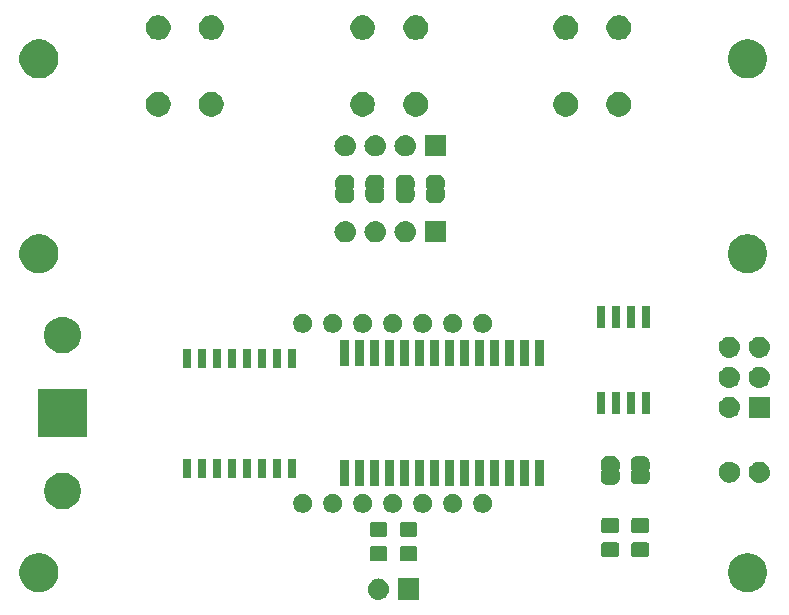
<source format=gts>
G04 #@! TF.GenerationSoftware,KiCad,Pcbnew,(5.0.2)-1*
G04 #@! TF.CreationDate,2020-01-03T22:31:12+01:00*
G04 #@! TF.ProjectId,clock,636c6f63-6b2e-46b6-9963-61645f706362,rev?*
G04 #@! TF.SameCoordinates,Original*
G04 #@! TF.FileFunction,Soldermask,Top*
G04 #@! TF.FilePolarity,Negative*
%FSLAX46Y46*%
G04 Gerber Fmt 4.6, Leading zero omitted, Abs format (unit mm)*
G04 Created by KiCad (PCBNEW (5.0.2)-1) date 03/01/2020 22:31:12*
%MOMM*%
%LPD*%
G01*
G04 APERTURE LIST*
%ADD10C,0.100000*%
G04 APERTURE END LIST*
D10*
G36*
X141186000Y-92301000D02*
X139384000Y-92301000D01*
X139384000Y-90499000D01*
X141186000Y-90499000D01*
X141186000Y-92301000D01*
X141186000Y-92301000D01*
G37*
G36*
X137855442Y-90505518D02*
X137921627Y-90512037D01*
X138034853Y-90546384D01*
X138091467Y-90563557D01*
X138230087Y-90637652D01*
X138247991Y-90647222D01*
X138283729Y-90676552D01*
X138385186Y-90759814D01*
X138468448Y-90861271D01*
X138497778Y-90897009D01*
X138497779Y-90897011D01*
X138581443Y-91053533D01*
X138581443Y-91053534D01*
X138632963Y-91223373D01*
X138650359Y-91400000D01*
X138632963Y-91576627D01*
X138610402Y-91651000D01*
X138581443Y-91746467D01*
X138507348Y-91885087D01*
X138497778Y-91902991D01*
X138468448Y-91938729D01*
X138385186Y-92040186D01*
X138283729Y-92123448D01*
X138247991Y-92152778D01*
X138247989Y-92152779D01*
X138091467Y-92236443D01*
X138034853Y-92253616D01*
X137921627Y-92287963D01*
X137855442Y-92294482D01*
X137789260Y-92301000D01*
X137700740Y-92301000D01*
X137634558Y-92294482D01*
X137568373Y-92287963D01*
X137455147Y-92253616D01*
X137398533Y-92236443D01*
X137242011Y-92152779D01*
X137242009Y-92152778D01*
X137206271Y-92123448D01*
X137104814Y-92040186D01*
X137021552Y-91938729D01*
X136992222Y-91902991D01*
X136982652Y-91885087D01*
X136908557Y-91746467D01*
X136879598Y-91651000D01*
X136857037Y-91576627D01*
X136839641Y-91400000D01*
X136857037Y-91223373D01*
X136908557Y-91053534D01*
X136908557Y-91053533D01*
X136992221Y-90897011D01*
X136992222Y-90897009D01*
X137021552Y-90861271D01*
X137104814Y-90759814D01*
X137206271Y-90676552D01*
X137242009Y-90647222D01*
X137259913Y-90637652D01*
X137398533Y-90563557D01*
X137455147Y-90546384D01*
X137568373Y-90512037D01*
X137634558Y-90505518D01*
X137700740Y-90499000D01*
X137789260Y-90499000D01*
X137855442Y-90505518D01*
X137855442Y-90505518D01*
G37*
G36*
X109375256Y-88391298D02*
X109481579Y-88412447D01*
X109694037Y-88500450D01*
X109738804Y-88518993D01*
X109782042Y-88536903D01*
X109975686Y-88666292D01*
X110052454Y-88717587D01*
X110282413Y-88947546D01*
X110282415Y-88947549D01*
X110463097Y-89217958D01*
X110587553Y-89518421D01*
X110651000Y-89837391D01*
X110651000Y-90162609D01*
X110587553Y-90481579D01*
X110518942Y-90647221D01*
X110463098Y-90782040D01*
X110282413Y-91052454D01*
X110052454Y-91282413D01*
X110052451Y-91282415D01*
X109782042Y-91463097D01*
X109481579Y-91587553D01*
X109375256Y-91608702D01*
X109162611Y-91651000D01*
X108837389Y-91651000D01*
X108624744Y-91608702D01*
X108518421Y-91587553D01*
X108217958Y-91463097D01*
X107947549Y-91282415D01*
X107947546Y-91282413D01*
X107717587Y-91052454D01*
X107536902Y-90782040D01*
X107481058Y-90647221D01*
X107412447Y-90481579D01*
X107349000Y-90162609D01*
X107349000Y-89837391D01*
X107412447Y-89518421D01*
X107536903Y-89217958D01*
X107717585Y-88947549D01*
X107717587Y-88947546D01*
X107947546Y-88717587D01*
X108024314Y-88666292D01*
X108217958Y-88536903D01*
X108261197Y-88518993D01*
X108305963Y-88500450D01*
X108518421Y-88412447D01*
X108624744Y-88391298D01*
X108837389Y-88349000D01*
X109162611Y-88349000D01*
X109375256Y-88391298D01*
X109375256Y-88391298D01*
G37*
G36*
X169375256Y-88391298D02*
X169481579Y-88412447D01*
X169694037Y-88500450D01*
X169738804Y-88518993D01*
X169782042Y-88536903D01*
X169975686Y-88666292D01*
X170052454Y-88717587D01*
X170282413Y-88947546D01*
X170282415Y-88947549D01*
X170463097Y-89217958D01*
X170587553Y-89518421D01*
X170651000Y-89837391D01*
X170651000Y-90162609D01*
X170587553Y-90481579D01*
X170518942Y-90647221D01*
X170463098Y-90782040D01*
X170282413Y-91052454D01*
X170052454Y-91282413D01*
X170052451Y-91282415D01*
X169782042Y-91463097D01*
X169481579Y-91587553D01*
X169375256Y-91608702D01*
X169162611Y-91651000D01*
X168837389Y-91651000D01*
X168624744Y-91608702D01*
X168518421Y-91587553D01*
X168217958Y-91463097D01*
X167947549Y-91282415D01*
X167947546Y-91282413D01*
X167717587Y-91052454D01*
X167536902Y-90782040D01*
X167481058Y-90647221D01*
X167412447Y-90481579D01*
X167349000Y-90162609D01*
X167349000Y-89837391D01*
X167412447Y-89518421D01*
X167536903Y-89217958D01*
X167717585Y-88947549D01*
X167717587Y-88947546D01*
X167947546Y-88717587D01*
X168024314Y-88666292D01*
X168217958Y-88536903D01*
X168261197Y-88518993D01*
X168305963Y-88500450D01*
X168518421Y-88412447D01*
X168624744Y-88391298D01*
X168837389Y-88349000D01*
X169162611Y-88349000D01*
X169375256Y-88391298D01*
X169375256Y-88391298D01*
G37*
G36*
X140873677Y-87778465D02*
X140911364Y-87789898D01*
X140946103Y-87808466D01*
X140976548Y-87833452D01*
X141001534Y-87863897D01*
X141020102Y-87898636D01*
X141031535Y-87936323D01*
X141036000Y-87981661D01*
X141036000Y-88818339D01*
X141031535Y-88863677D01*
X141020102Y-88901364D01*
X141001534Y-88936103D01*
X140976548Y-88966548D01*
X140946103Y-88991534D01*
X140911364Y-89010102D01*
X140873677Y-89021535D01*
X140828339Y-89026000D01*
X139741661Y-89026000D01*
X139696323Y-89021535D01*
X139658636Y-89010102D01*
X139623897Y-88991534D01*
X139593452Y-88966548D01*
X139568466Y-88936103D01*
X139549898Y-88901364D01*
X139538465Y-88863677D01*
X139534000Y-88818339D01*
X139534000Y-87981661D01*
X139538465Y-87936323D01*
X139549898Y-87898636D01*
X139568466Y-87863897D01*
X139593452Y-87833452D01*
X139623897Y-87808466D01*
X139658636Y-87789898D01*
X139696323Y-87778465D01*
X139741661Y-87774000D01*
X140828339Y-87774000D01*
X140873677Y-87778465D01*
X140873677Y-87778465D01*
G37*
G36*
X138333677Y-87778465D02*
X138371364Y-87789898D01*
X138406103Y-87808466D01*
X138436548Y-87833452D01*
X138461534Y-87863897D01*
X138480102Y-87898636D01*
X138491535Y-87936323D01*
X138496000Y-87981661D01*
X138496000Y-88818339D01*
X138491535Y-88863677D01*
X138480102Y-88901364D01*
X138461534Y-88936103D01*
X138436548Y-88966548D01*
X138406103Y-88991534D01*
X138371364Y-89010102D01*
X138333677Y-89021535D01*
X138288339Y-89026000D01*
X137201661Y-89026000D01*
X137156323Y-89021535D01*
X137118636Y-89010102D01*
X137083897Y-88991534D01*
X137053452Y-88966548D01*
X137028466Y-88936103D01*
X137009898Y-88901364D01*
X136998465Y-88863677D01*
X136994000Y-88818339D01*
X136994000Y-87981661D01*
X136998465Y-87936323D01*
X137009898Y-87898636D01*
X137028466Y-87863897D01*
X137053452Y-87833452D01*
X137083897Y-87808466D01*
X137118636Y-87789898D01*
X137156323Y-87778465D01*
X137201661Y-87774000D01*
X138288339Y-87774000D01*
X138333677Y-87778465D01*
X138333677Y-87778465D01*
G37*
G36*
X157950321Y-87439475D02*
X157988008Y-87450908D01*
X158022747Y-87469476D01*
X158053192Y-87494462D01*
X158078178Y-87524907D01*
X158096746Y-87559646D01*
X158108179Y-87597333D01*
X158112644Y-87642671D01*
X158112644Y-88479349D01*
X158108179Y-88524687D01*
X158096746Y-88562374D01*
X158078178Y-88597113D01*
X158053192Y-88627558D01*
X158022747Y-88652544D01*
X157988008Y-88671112D01*
X157950321Y-88682545D01*
X157904983Y-88687010D01*
X156818305Y-88687010D01*
X156772967Y-88682545D01*
X156735280Y-88671112D01*
X156700541Y-88652544D01*
X156670096Y-88627558D01*
X156645110Y-88597113D01*
X156626542Y-88562374D01*
X156615109Y-88524687D01*
X156610644Y-88479349D01*
X156610644Y-87642671D01*
X156615109Y-87597333D01*
X156626542Y-87559646D01*
X156645110Y-87524907D01*
X156670096Y-87494462D01*
X156700541Y-87469476D01*
X156735280Y-87450908D01*
X156772967Y-87439475D01*
X156818305Y-87435010D01*
X157904983Y-87435010D01*
X157950321Y-87439475D01*
X157950321Y-87439475D01*
G37*
G36*
X160490321Y-87439475D02*
X160528008Y-87450908D01*
X160562747Y-87469476D01*
X160593192Y-87494462D01*
X160618178Y-87524907D01*
X160636746Y-87559646D01*
X160648179Y-87597333D01*
X160652644Y-87642671D01*
X160652644Y-88479349D01*
X160648179Y-88524687D01*
X160636746Y-88562374D01*
X160618178Y-88597113D01*
X160593192Y-88627558D01*
X160562747Y-88652544D01*
X160528008Y-88671112D01*
X160490321Y-88682545D01*
X160444983Y-88687010D01*
X159358305Y-88687010D01*
X159312967Y-88682545D01*
X159275280Y-88671112D01*
X159240541Y-88652544D01*
X159210096Y-88627558D01*
X159185110Y-88597113D01*
X159166542Y-88562374D01*
X159155109Y-88524687D01*
X159150644Y-88479349D01*
X159150644Y-87642671D01*
X159155109Y-87597333D01*
X159166542Y-87559646D01*
X159185110Y-87524907D01*
X159210096Y-87494462D01*
X159240541Y-87469476D01*
X159275280Y-87450908D01*
X159312967Y-87439475D01*
X159358305Y-87435010D01*
X160444983Y-87435010D01*
X160490321Y-87439475D01*
X160490321Y-87439475D01*
G37*
G36*
X138333677Y-85728465D02*
X138371364Y-85739898D01*
X138406103Y-85758466D01*
X138436548Y-85783452D01*
X138461534Y-85813897D01*
X138480102Y-85848636D01*
X138491535Y-85886323D01*
X138496000Y-85931661D01*
X138496000Y-86768339D01*
X138491535Y-86813677D01*
X138480102Y-86851364D01*
X138461534Y-86886103D01*
X138436548Y-86916548D01*
X138406103Y-86941534D01*
X138371364Y-86960102D01*
X138333677Y-86971535D01*
X138288339Y-86976000D01*
X137201661Y-86976000D01*
X137156323Y-86971535D01*
X137118636Y-86960102D01*
X137083897Y-86941534D01*
X137053452Y-86916548D01*
X137028466Y-86886103D01*
X137009898Y-86851364D01*
X136998465Y-86813677D01*
X136994000Y-86768339D01*
X136994000Y-85931661D01*
X136998465Y-85886323D01*
X137009898Y-85848636D01*
X137028466Y-85813897D01*
X137053452Y-85783452D01*
X137083897Y-85758466D01*
X137118636Y-85739898D01*
X137156323Y-85728465D01*
X137201661Y-85724000D01*
X138288339Y-85724000D01*
X138333677Y-85728465D01*
X138333677Y-85728465D01*
G37*
G36*
X140873677Y-85728465D02*
X140911364Y-85739898D01*
X140946103Y-85758466D01*
X140976548Y-85783452D01*
X141001534Y-85813897D01*
X141020102Y-85848636D01*
X141031535Y-85886323D01*
X141036000Y-85931661D01*
X141036000Y-86768339D01*
X141031535Y-86813677D01*
X141020102Y-86851364D01*
X141001534Y-86886103D01*
X140976548Y-86916548D01*
X140946103Y-86941534D01*
X140911364Y-86960102D01*
X140873677Y-86971535D01*
X140828339Y-86976000D01*
X139741661Y-86976000D01*
X139696323Y-86971535D01*
X139658636Y-86960102D01*
X139623897Y-86941534D01*
X139593452Y-86916548D01*
X139568466Y-86886103D01*
X139549898Y-86851364D01*
X139538465Y-86813677D01*
X139534000Y-86768339D01*
X139534000Y-85931661D01*
X139538465Y-85886323D01*
X139549898Y-85848636D01*
X139568466Y-85813897D01*
X139593452Y-85783452D01*
X139623897Y-85758466D01*
X139658636Y-85739898D01*
X139696323Y-85728465D01*
X139741661Y-85724000D01*
X140828339Y-85724000D01*
X140873677Y-85728465D01*
X140873677Y-85728465D01*
G37*
G36*
X157950321Y-85389475D02*
X157988008Y-85400908D01*
X158022747Y-85419476D01*
X158053192Y-85444462D01*
X158078178Y-85474907D01*
X158096746Y-85509646D01*
X158108179Y-85547333D01*
X158112644Y-85592671D01*
X158112644Y-86429349D01*
X158108179Y-86474687D01*
X158096746Y-86512374D01*
X158078178Y-86547113D01*
X158053192Y-86577558D01*
X158022747Y-86602544D01*
X157988008Y-86621112D01*
X157950321Y-86632545D01*
X157904983Y-86637010D01*
X156818305Y-86637010D01*
X156772967Y-86632545D01*
X156735280Y-86621112D01*
X156700541Y-86602544D01*
X156670096Y-86577558D01*
X156645110Y-86547113D01*
X156626542Y-86512374D01*
X156615109Y-86474687D01*
X156610644Y-86429349D01*
X156610644Y-85592671D01*
X156615109Y-85547333D01*
X156626542Y-85509646D01*
X156645110Y-85474907D01*
X156670096Y-85444462D01*
X156700541Y-85419476D01*
X156735280Y-85400908D01*
X156772967Y-85389475D01*
X156818305Y-85385010D01*
X157904983Y-85385010D01*
X157950321Y-85389475D01*
X157950321Y-85389475D01*
G37*
G36*
X160490321Y-85389475D02*
X160528008Y-85400908D01*
X160562747Y-85419476D01*
X160593192Y-85444462D01*
X160618178Y-85474907D01*
X160636746Y-85509646D01*
X160648179Y-85547333D01*
X160652644Y-85592671D01*
X160652644Y-86429349D01*
X160648179Y-86474687D01*
X160636746Y-86512374D01*
X160618178Y-86547113D01*
X160593192Y-86577558D01*
X160562747Y-86602544D01*
X160528008Y-86621112D01*
X160490321Y-86632545D01*
X160444983Y-86637010D01*
X159358305Y-86637010D01*
X159312967Y-86632545D01*
X159275280Y-86621112D01*
X159240541Y-86602544D01*
X159210096Y-86577558D01*
X159185110Y-86547113D01*
X159166542Y-86512374D01*
X159155109Y-86474687D01*
X159150644Y-86429349D01*
X159150644Y-85592671D01*
X159155109Y-85547333D01*
X159166542Y-85509646D01*
X159185110Y-85474907D01*
X159210096Y-85444462D01*
X159240541Y-85419476D01*
X159275280Y-85400908D01*
X159312967Y-85389475D01*
X159358305Y-85385010D01*
X160444983Y-85385010D01*
X160490321Y-85389475D01*
X160490321Y-85389475D01*
G37*
G36*
X134122142Y-83338242D02*
X134270102Y-83399530D01*
X134403258Y-83488502D01*
X134516498Y-83601742D01*
X134605470Y-83734898D01*
X134666758Y-83882858D01*
X134698000Y-84039925D01*
X134698000Y-84200075D01*
X134666758Y-84357142D01*
X134605470Y-84505102D01*
X134516498Y-84638258D01*
X134403258Y-84751498D01*
X134270102Y-84840470D01*
X134122142Y-84901758D01*
X133965075Y-84933000D01*
X133804925Y-84933000D01*
X133647858Y-84901758D01*
X133499898Y-84840470D01*
X133366742Y-84751498D01*
X133253502Y-84638258D01*
X133164530Y-84505102D01*
X133103242Y-84357142D01*
X133072000Y-84200075D01*
X133072000Y-84039925D01*
X133103242Y-83882858D01*
X133164530Y-83734898D01*
X133253502Y-83601742D01*
X133366742Y-83488502D01*
X133499898Y-83399530D01*
X133647858Y-83338242D01*
X133804925Y-83307000D01*
X133965075Y-83307000D01*
X134122142Y-83338242D01*
X134122142Y-83338242D01*
G37*
G36*
X141742142Y-83338242D02*
X141890102Y-83399530D01*
X142023258Y-83488502D01*
X142136498Y-83601742D01*
X142225470Y-83734898D01*
X142286758Y-83882858D01*
X142318000Y-84039925D01*
X142318000Y-84200075D01*
X142286758Y-84357142D01*
X142225470Y-84505102D01*
X142136498Y-84638258D01*
X142023258Y-84751498D01*
X141890102Y-84840470D01*
X141742142Y-84901758D01*
X141585075Y-84933000D01*
X141424925Y-84933000D01*
X141267858Y-84901758D01*
X141119898Y-84840470D01*
X140986742Y-84751498D01*
X140873502Y-84638258D01*
X140784530Y-84505102D01*
X140723242Y-84357142D01*
X140692000Y-84200075D01*
X140692000Y-84039925D01*
X140723242Y-83882858D01*
X140784530Y-83734898D01*
X140873502Y-83601742D01*
X140986742Y-83488502D01*
X141119898Y-83399530D01*
X141267858Y-83338242D01*
X141424925Y-83307000D01*
X141585075Y-83307000D01*
X141742142Y-83338242D01*
X141742142Y-83338242D01*
G37*
G36*
X144282142Y-83338242D02*
X144430102Y-83399530D01*
X144563258Y-83488502D01*
X144676498Y-83601742D01*
X144765470Y-83734898D01*
X144826758Y-83882858D01*
X144858000Y-84039925D01*
X144858000Y-84200075D01*
X144826758Y-84357142D01*
X144765470Y-84505102D01*
X144676498Y-84638258D01*
X144563258Y-84751498D01*
X144430102Y-84840470D01*
X144282142Y-84901758D01*
X144125075Y-84933000D01*
X143964925Y-84933000D01*
X143807858Y-84901758D01*
X143659898Y-84840470D01*
X143526742Y-84751498D01*
X143413502Y-84638258D01*
X143324530Y-84505102D01*
X143263242Y-84357142D01*
X143232000Y-84200075D01*
X143232000Y-84039925D01*
X143263242Y-83882858D01*
X143324530Y-83734898D01*
X143413502Y-83601742D01*
X143526742Y-83488502D01*
X143659898Y-83399530D01*
X143807858Y-83338242D01*
X143964925Y-83307000D01*
X144125075Y-83307000D01*
X144282142Y-83338242D01*
X144282142Y-83338242D01*
G37*
G36*
X146822142Y-83338242D02*
X146970102Y-83399530D01*
X147103258Y-83488502D01*
X147216498Y-83601742D01*
X147305470Y-83734898D01*
X147366758Y-83882858D01*
X147398000Y-84039925D01*
X147398000Y-84200075D01*
X147366758Y-84357142D01*
X147305470Y-84505102D01*
X147216498Y-84638258D01*
X147103258Y-84751498D01*
X146970102Y-84840470D01*
X146822142Y-84901758D01*
X146665075Y-84933000D01*
X146504925Y-84933000D01*
X146347858Y-84901758D01*
X146199898Y-84840470D01*
X146066742Y-84751498D01*
X145953502Y-84638258D01*
X145864530Y-84505102D01*
X145803242Y-84357142D01*
X145772000Y-84200075D01*
X145772000Y-84039925D01*
X145803242Y-83882858D01*
X145864530Y-83734898D01*
X145953502Y-83601742D01*
X146066742Y-83488502D01*
X146199898Y-83399530D01*
X146347858Y-83338242D01*
X146504925Y-83307000D01*
X146665075Y-83307000D01*
X146822142Y-83338242D01*
X146822142Y-83338242D01*
G37*
G36*
X136662142Y-83338242D02*
X136810102Y-83399530D01*
X136943258Y-83488502D01*
X137056498Y-83601742D01*
X137145470Y-83734898D01*
X137206758Y-83882858D01*
X137238000Y-84039925D01*
X137238000Y-84200075D01*
X137206758Y-84357142D01*
X137145470Y-84505102D01*
X137056498Y-84638258D01*
X136943258Y-84751498D01*
X136810102Y-84840470D01*
X136662142Y-84901758D01*
X136505075Y-84933000D01*
X136344925Y-84933000D01*
X136187858Y-84901758D01*
X136039898Y-84840470D01*
X135906742Y-84751498D01*
X135793502Y-84638258D01*
X135704530Y-84505102D01*
X135643242Y-84357142D01*
X135612000Y-84200075D01*
X135612000Y-84039925D01*
X135643242Y-83882858D01*
X135704530Y-83734898D01*
X135793502Y-83601742D01*
X135906742Y-83488502D01*
X136039898Y-83399530D01*
X136187858Y-83338242D01*
X136344925Y-83307000D01*
X136505075Y-83307000D01*
X136662142Y-83338242D01*
X136662142Y-83338242D01*
G37*
G36*
X131582142Y-83338242D02*
X131730102Y-83399530D01*
X131863258Y-83488502D01*
X131976498Y-83601742D01*
X132065470Y-83734898D01*
X132126758Y-83882858D01*
X132158000Y-84039925D01*
X132158000Y-84200075D01*
X132126758Y-84357142D01*
X132065470Y-84505102D01*
X131976498Y-84638258D01*
X131863258Y-84751498D01*
X131730102Y-84840470D01*
X131582142Y-84901758D01*
X131425075Y-84933000D01*
X131264925Y-84933000D01*
X131107858Y-84901758D01*
X130959898Y-84840470D01*
X130826742Y-84751498D01*
X130713502Y-84638258D01*
X130624530Y-84505102D01*
X130563242Y-84357142D01*
X130532000Y-84200075D01*
X130532000Y-84039925D01*
X130563242Y-83882858D01*
X130624530Y-83734898D01*
X130713502Y-83601742D01*
X130826742Y-83488502D01*
X130959898Y-83399530D01*
X131107858Y-83338242D01*
X131264925Y-83307000D01*
X131425075Y-83307000D01*
X131582142Y-83338242D01*
X131582142Y-83338242D01*
G37*
G36*
X139202142Y-83338242D02*
X139350102Y-83399530D01*
X139483258Y-83488502D01*
X139596498Y-83601742D01*
X139685470Y-83734898D01*
X139746758Y-83882858D01*
X139778000Y-84039925D01*
X139778000Y-84200075D01*
X139746758Y-84357142D01*
X139685470Y-84505102D01*
X139596498Y-84638258D01*
X139483258Y-84751498D01*
X139350102Y-84840470D01*
X139202142Y-84901758D01*
X139045075Y-84933000D01*
X138884925Y-84933000D01*
X138727858Y-84901758D01*
X138579898Y-84840470D01*
X138446742Y-84751498D01*
X138333502Y-84638258D01*
X138244530Y-84505102D01*
X138183242Y-84357142D01*
X138152000Y-84200075D01*
X138152000Y-84039925D01*
X138183242Y-83882858D01*
X138244530Y-83734898D01*
X138333502Y-83601742D01*
X138446742Y-83488502D01*
X138579898Y-83399530D01*
X138727858Y-83338242D01*
X138884925Y-83307000D01*
X139045075Y-83307000D01*
X139202142Y-83338242D01*
X139202142Y-83338242D01*
G37*
G36*
X111352527Y-81588736D02*
X111452410Y-81608604D01*
X111734674Y-81725521D01*
X111988705Y-81895259D01*
X112204741Y-82111295D01*
X112374479Y-82365326D01*
X112491396Y-82647590D01*
X112511264Y-82747473D01*
X112551000Y-82947238D01*
X112551000Y-83252762D01*
X112521806Y-83399529D01*
X112491396Y-83552410D01*
X112374479Y-83834674D01*
X112204741Y-84088705D01*
X111988705Y-84304741D01*
X111734674Y-84474479D01*
X111452410Y-84591396D01*
X111352527Y-84611264D01*
X111152762Y-84651000D01*
X110847238Y-84651000D01*
X110647473Y-84611264D01*
X110547590Y-84591396D01*
X110265326Y-84474479D01*
X110011295Y-84304741D01*
X109795259Y-84088705D01*
X109625521Y-83834674D01*
X109508604Y-83552410D01*
X109478194Y-83399529D01*
X109449000Y-83252762D01*
X109449000Y-82947238D01*
X109488736Y-82747473D01*
X109508604Y-82647590D01*
X109625521Y-82365326D01*
X109795259Y-82111295D01*
X110011295Y-81895259D01*
X110265326Y-81725521D01*
X110547590Y-81608604D01*
X110647473Y-81588736D01*
X110847238Y-81549000D01*
X111152762Y-81549000D01*
X111352527Y-81588736D01*
X111352527Y-81588736D01*
G37*
G36*
X147931000Y-82710500D02*
X147229000Y-82710500D01*
X147229000Y-80449500D01*
X147931000Y-80449500D01*
X147931000Y-82710500D01*
X147931000Y-82710500D01*
G37*
G36*
X151741000Y-82710500D02*
X151039000Y-82710500D01*
X151039000Y-80449500D01*
X151741000Y-80449500D01*
X151741000Y-82710500D01*
X151741000Y-82710500D01*
G37*
G36*
X150471000Y-82710500D02*
X149769000Y-82710500D01*
X149769000Y-80449500D01*
X150471000Y-80449500D01*
X150471000Y-82710500D01*
X150471000Y-82710500D01*
G37*
G36*
X149201000Y-82710500D02*
X148499000Y-82710500D01*
X148499000Y-80449500D01*
X149201000Y-80449500D01*
X149201000Y-82710500D01*
X149201000Y-82710500D01*
G37*
G36*
X146661000Y-82710500D02*
X145959000Y-82710500D01*
X145959000Y-80449500D01*
X146661000Y-80449500D01*
X146661000Y-82710500D01*
X146661000Y-82710500D01*
G37*
G36*
X144121000Y-82710500D02*
X143419000Y-82710500D01*
X143419000Y-80449500D01*
X144121000Y-80449500D01*
X144121000Y-82710500D01*
X144121000Y-82710500D01*
G37*
G36*
X142851000Y-82710500D02*
X142149000Y-82710500D01*
X142149000Y-80449500D01*
X142851000Y-80449500D01*
X142851000Y-82710500D01*
X142851000Y-82710500D01*
G37*
G36*
X140311000Y-82710500D02*
X139609000Y-82710500D01*
X139609000Y-80449500D01*
X140311000Y-80449500D01*
X140311000Y-82710500D01*
X140311000Y-82710500D01*
G37*
G36*
X139041000Y-82710500D02*
X138339000Y-82710500D01*
X138339000Y-80449500D01*
X139041000Y-80449500D01*
X139041000Y-82710500D01*
X139041000Y-82710500D01*
G37*
G36*
X137771000Y-82710500D02*
X137069000Y-82710500D01*
X137069000Y-80449500D01*
X137771000Y-80449500D01*
X137771000Y-82710500D01*
X137771000Y-82710500D01*
G37*
G36*
X136501000Y-82710500D02*
X135799000Y-82710500D01*
X135799000Y-80449500D01*
X136501000Y-80449500D01*
X136501000Y-82710500D01*
X136501000Y-82710500D01*
G37*
G36*
X135231000Y-82710500D02*
X134529000Y-82710500D01*
X134529000Y-80449500D01*
X135231000Y-80449500D01*
X135231000Y-82710500D01*
X135231000Y-82710500D01*
G37*
G36*
X145391000Y-82710500D02*
X144689000Y-82710500D01*
X144689000Y-80449500D01*
X145391000Y-80449500D01*
X145391000Y-82710500D01*
X145391000Y-82710500D01*
G37*
G36*
X141581000Y-82710500D02*
X140879000Y-82710500D01*
X140879000Y-80449500D01*
X141581000Y-80449500D01*
X141581000Y-82710500D01*
X141581000Y-82710500D01*
G37*
G36*
X157623842Y-80150964D02*
X157636094Y-80151566D01*
X157654513Y-80151566D01*
X157676793Y-80153760D01*
X157760880Y-80170486D01*
X157782299Y-80176984D01*
X157861515Y-80209795D01*
X157881251Y-80220345D01*
X157952541Y-80267979D01*
X157969852Y-80282186D01*
X158030468Y-80342802D01*
X158044675Y-80360113D01*
X158092309Y-80431403D01*
X158102859Y-80451139D01*
X158135670Y-80530355D01*
X158142168Y-80551774D01*
X158158894Y-80635861D01*
X158161088Y-80658141D01*
X158161088Y-80676560D01*
X158161690Y-80688812D01*
X158163496Y-80707150D01*
X158163496Y-81194870D01*
X158161907Y-81211009D01*
X158158991Y-81220621D01*
X158154256Y-81229479D01*
X158147881Y-81237247D01*
X158135442Y-81247456D01*
X158125076Y-81254382D01*
X158107749Y-81271708D01*
X158094134Y-81292083D01*
X158084756Y-81314721D01*
X158079975Y-81338755D01*
X158079975Y-81363259D01*
X158084755Y-81387293D01*
X158094131Y-81409932D01*
X158107745Y-81430307D01*
X158125071Y-81447634D01*
X158135440Y-81454562D01*
X158147881Y-81464773D01*
X158154256Y-81472541D01*
X158158991Y-81481399D01*
X158161907Y-81491011D01*
X158163496Y-81507150D01*
X158163496Y-81994871D01*
X158161690Y-82013208D01*
X158161088Y-82025460D01*
X158161088Y-82043879D01*
X158158894Y-82066159D01*
X158142168Y-82150246D01*
X158135670Y-82171665D01*
X158102859Y-82250881D01*
X158092309Y-82270617D01*
X158044675Y-82341907D01*
X158030468Y-82359218D01*
X157969852Y-82419834D01*
X157952541Y-82434041D01*
X157881251Y-82481675D01*
X157861515Y-82492225D01*
X157782299Y-82525036D01*
X157760880Y-82531534D01*
X157676793Y-82548260D01*
X157654513Y-82550454D01*
X157636094Y-82550454D01*
X157623842Y-82551056D01*
X157605505Y-82552862D01*
X157117783Y-82552862D01*
X157099446Y-82551056D01*
X157087194Y-82550454D01*
X157068775Y-82550454D01*
X157046495Y-82548260D01*
X156962408Y-82531534D01*
X156940989Y-82525036D01*
X156861773Y-82492225D01*
X156842037Y-82481675D01*
X156770747Y-82434041D01*
X156753436Y-82419834D01*
X156692820Y-82359218D01*
X156678613Y-82341907D01*
X156630979Y-82270617D01*
X156620429Y-82250881D01*
X156587618Y-82171665D01*
X156581120Y-82150246D01*
X156564394Y-82066159D01*
X156562200Y-82043879D01*
X156562200Y-82025460D01*
X156561598Y-82013208D01*
X156559792Y-81994871D01*
X156559792Y-81507150D01*
X156561381Y-81491011D01*
X156564297Y-81481399D01*
X156569032Y-81472541D01*
X156575407Y-81464773D01*
X156587846Y-81454564D01*
X156598212Y-81447638D01*
X156615539Y-81430312D01*
X156629154Y-81409937D01*
X156638532Y-81387299D01*
X156643313Y-81363265D01*
X156643313Y-81338761D01*
X156638533Y-81314727D01*
X156629157Y-81292088D01*
X156615543Y-81271713D01*
X156598217Y-81254386D01*
X156587848Y-81247458D01*
X156575407Y-81237247D01*
X156569032Y-81229479D01*
X156564297Y-81220621D01*
X156561381Y-81211009D01*
X156559792Y-81194870D01*
X156559792Y-80707150D01*
X156561598Y-80688812D01*
X156562200Y-80676560D01*
X156562200Y-80658141D01*
X156564394Y-80635861D01*
X156581120Y-80551774D01*
X156587618Y-80530355D01*
X156620429Y-80451139D01*
X156630979Y-80431403D01*
X156678613Y-80360113D01*
X156692820Y-80342802D01*
X156753436Y-80282186D01*
X156770747Y-80267979D01*
X156842037Y-80220345D01*
X156861773Y-80209795D01*
X156940989Y-80176984D01*
X156962408Y-80170486D01*
X157046495Y-80153760D01*
X157068775Y-80151566D01*
X157087194Y-80151566D01*
X157099446Y-80150964D01*
X157117784Y-80149158D01*
X157605504Y-80149158D01*
X157623842Y-80150964D01*
X157623842Y-80150964D01*
G37*
G36*
X160163842Y-80135964D02*
X160176094Y-80136566D01*
X160194513Y-80136566D01*
X160216793Y-80138760D01*
X160300880Y-80155486D01*
X160322299Y-80161984D01*
X160401515Y-80194795D01*
X160421251Y-80205345D01*
X160492541Y-80252979D01*
X160509852Y-80267186D01*
X160570468Y-80327802D01*
X160584675Y-80345113D01*
X160632309Y-80416403D01*
X160642859Y-80436139D01*
X160675670Y-80515355D01*
X160682168Y-80536774D01*
X160698894Y-80620861D01*
X160701088Y-80643141D01*
X160701088Y-80661560D01*
X160701690Y-80673812D01*
X160703496Y-80692150D01*
X160703496Y-81179870D01*
X160701907Y-81196009D01*
X160698991Y-81205621D01*
X160694256Y-81214479D01*
X160687881Y-81222247D01*
X160675442Y-81232456D01*
X160665076Y-81239382D01*
X160647749Y-81256708D01*
X160634134Y-81277083D01*
X160624756Y-81299721D01*
X160619975Y-81323755D01*
X160619975Y-81348259D01*
X160624755Y-81372293D01*
X160634131Y-81394932D01*
X160647745Y-81415307D01*
X160665071Y-81432634D01*
X160675440Y-81439562D01*
X160687881Y-81449773D01*
X160694256Y-81457541D01*
X160698991Y-81466399D01*
X160701907Y-81476011D01*
X160703496Y-81492150D01*
X160703496Y-81979871D01*
X160701690Y-81998208D01*
X160701088Y-82010460D01*
X160701088Y-82028879D01*
X160698894Y-82051159D01*
X160682168Y-82135246D01*
X160675670Y-82156665D01*
X160642859Y-82235881D01*
X160632309Y-82255617D01*
X160584675Y-82326907D01*
X160570468Y-82344218D01*
X160509852Y-82404834D01*
X160492541Y-82419041D01*
X160421251Y-82466675D01*
X160401515Y-82477225D01*
X160322299Y-82510036D01*
X160300880Y-82516534D01*
X160216793Y-82533260D01*
X160194513Y-82535454D01*
X160176094Y-82535454D01*
X160163842Y-82536056D01*
X160145505Y-82537862D01*
X159657783Y-82537862D01*
X159639446Y-82536056D01*
X159627194Y-82535454D01*
X159608775Y-82535454D01*
X159586495Y-82533260D01*
X159502408Y-82516534D01*
X159480989Y-82510036D01*
X159401773Y-82477225D01*
X159382037Y-82466675D01*
X159310747Y-82419041D01*
X159293436Y-82404834D01*
X159232820Y-82344218D01*
X159218613Y-82326907D01*
X159170979Y-82255617D01*
X159160429Y-82235881D01*
X159127618Y-82156665D01*
X159121120Y-82135246D01*
X159104394Y-82051159D01*
X159102200Y-82028879D01*
X159102200Y-82010460D01*
X159101598Y-81998208D01*
X159099792Y-81979871D01*
X159099792Y-81492150D01*
X159101381Y-81476011D01*
X159104297Y-81466399D01*
X159109032Y-81457541D01*
X159115407Y-81449773D01*
X159127846Y-81439564D01*
X159138212Y-81432638D01*
X159155539Y-81415312D01*
X159169154Y-81394937D01*
X159178532Y-81372299D01*
X159183313Y-81348265D01*
X159183313Y-81323761D01*
X159178533Y-81299727D01*
X159169157Y-81277088D01*
X159155543Y-81256713D01*
X159138217Y-81239386D01*
X159127848Y-81232458D01*
X159115407Y-81222247D01*
X159109032Y-81214479D01*
X159104297Y-81205621D01*
X159101381Y-81196009D01*
X159099792Y-81179870D01*
X159099792Y-80692150D01*
X159101598Y-80673812D01*
X159102200Y-80661560D01*
X159102200Y-80643141D01*
X159104394Y-80620861D01*
X159121120Y-80536774D01*
X159127618Y-80515355D01*
X159160429Y-80436139D01*
X159170979Y-80416403D01*
X159218613Y-80345113D01*
X159232820Y-80327802D01*
X159293436Y-80267186D01*
X159310747Y-80252979D01*
X159382037Y-80205345D01*
X159401773Y-80194795D01*
X159480989Y-80161984D01*
X159502408Y-80155486D01*
X159586495Y-80138760D01*
X159608775Y-80136566D01*
X159627194Y-80136566D01*
X159639446Y-80135964D01*
X159657784Y-80134158D01*
X160145504Y-80134158D01*
X160163842Y-80135964D01*
X160163842Y-80135964D01*
G37*
G36*
X167722812Y-80633624D02*
X167886784Y-80701544D01*
X168034354Y-80800147D01*
X168159853Y-80925646D01*
X168258456Y-81073216D01*
X168326376Y-81237188D01*
X168361000Y-81411259D01*
X168361000Y-81588741D01*
X168326376Y-81762812D01*
X168258456Y-81926784D01*
X168159853Y-82074354D01*
X168034354Y-82199853D01*
X167886784Y-82298456D01*
X167722812Y-82366376D01*
X167548741Y-82401000D01*
X167371259Y-82401000D01*
X167197188Y-82366376D01*
X167033216Y-82298456D01*
X166885646Y-82199853D01*
X166760147Y-82074354D01*
X166661544Y-81926784D01*
X166593624Y-81762812D01*
X166559000Y-81588741D01*
X166559000Y-81411259D01*
X166593624Y-81237188D01*
X166661544Y-81073216D01*
X166760147Y-80925646D01*
X166885646Y-80800147D01*
X167033216Y-80701544D01*
X167197188Y-80633624D01*
X167371259Y-80599000D01*
X167548741Y-80599000D01*
X167722812Y-80633624D01*
X167722812Y-80633624D01*
G37*
G36*
X170110443Y-80605519D02*
X170176627Y-80612037D01*
X170255164Y-80635861D01*
X170346467Y-80663557D01*
X170485087Y-80737652D01*
X170502991Y-80747222D01*
X170538729Y-80776552D01*
X170640186Y-80859814D01*
X170723448Y-80961271D01*
X170752778Y-80997009D01*
X170752779Y-80997011D01*
X170836443Y-81153533D01*
X170848982Y-81194870D01*
X170887963Y-81323373D01*
X170905359Y-81500000D01*
X170887963Y-81676627D01*
X170873131Y-81725521D01*
X170836443Y-81846467D01*
X170810361Y-81895262D01*
X170752778Y-82002991D01*
X170734338Y-82025460D01*
X170640186Y-82140186D01*
X170567480Y-82199853D01*
X170502991Y-82252778D01*
X170502989Y-82252779D01*
X170346467Y-82336443D01*
X170312726Y-82346678D01*
X170176627Y-82387963D01*
X170110442Y-82394482D01*
X170044260Y-82401000D01*
X169955740Y-82401000D01*
X169889558Y-82394482D01*
X169823373Y-82387963D01*
X169687274Y-82346678D01*
X169653533Y-82336443D01*
X169497011Y-82252779D01*
X169497009Y-82252778D01*
X169432520Y-82199853D01*
X169359814Y-82140186D01*
X169265662Y-82025460D01*
X169247222Y-82002991D01*
X169189639Y-81895262D01*
X169163557Y-81846467D01*
X169126869Y-81725521D01*
X169112037Y-81676627D01*
X169094641Y-81500000D01*
X169112037Y-81323373D01*
X169151018Y-81194870D01*
X169163557Y-81153533D01*
X169247221Y-80997011D01*
X169247222Y-80997009D01*
X169276552Y-80961271D01*
X169359814Y-80859814D01*
X169461271Y-80776552D01*
X169497009Y-80747222D01*
X169514913Y-80737652D01*
X169653533Y-80663557D01*
X169744836Y-80635861D01*
X169823373Y-80612037D01*
X169889557Y-80605519D01*
X169955740Y-80599000D01*
X170044260Y-80599000D01*
X170110443Y-80605519D01*
X170110443Y-80605519D01*
G37*
G36*
X126986000Y-81951000D02*
X126284000Y-81951000D01*
X126284000Y-80349000D01*
X126986000Y-80349000D01*
X126986000Y-81951000D01*
X126986000Y-81951000D01*
G37*
G36*
X129526000Y-81951000D02*
X128824000Y-81951000D01*
X128824000Y-80349000D01*
X129526000Y-80349000D01*
X129526000Y-81951000D01*
X129526000Y-81951000D01*
G37*
G36*
X128256000Y-81951000D02*
X127554000Y-81951000D01*
X127554000Y-80349000D01*
X128256000Y-80349000D01*
X128256000Y-81951000D01*
X128256000Y-81951000D01*
G37*
G36*
X125716000Y-81951000D02*
X125014000Y-81951000D01*
X125014000Y-80349000D01*
X125716000Y-80349000D01*
X125716000Y-81951000D01*
X125716000Y-81951000D01*
G37*
G36*
X123176000Y-81951000D02*
X122474000Y-81951000D01*
X122474000Y-80349000D01*
X123176000Y-80349000D01*
X123176000Y-81951000D01*
X123176000Y-81951000D01*
G37*
G36*
X121906000Y-81951000D02*
X121204000Y-81951000D01*
X121204000Y-80349000D01*
X121906000Y-80349000D01*
X121906000Y-81951000D01*
X121906000Y-81951000D01*
G37*
G36*
X130796000Y-81951000D02*
X130094000Y-81951000D01*
X130094000Y-80349000D01*
X130796000Y-80349000D01*
X130796000Y-81951000D01*
X130796000Y-81951000D01*
G37*
G36*
X124446000Y-81951000D02*
X123744000Y-81951000D01*
X123744000Y-80349000D01*
X124446000Y-80349000D01*
X124446000Y-81951000D01*
X124446000Y-81951000D01*
G37*
G36*
X113051000Y-78551000D02*
X108949000Y-78551000D01*
X108949000Y-74449000D01*
X113051000Y-74449000D01*
X113051000Y-78551000D01*
X113051000Y-78551000D01*
G37*
G36*
X170901000Y-76901000D02*
X169099000Y-76901000D01*
X169099000Y-75099000D01*
X170901000Y-75099000D01*
X170901000Y-76901000D01*
X170901000Y-76901000D01*
G37*
G36*
X167570442Y-75105518D02*
X167636627Y-75112037D01*
X167749853Y-75146384D01*
X167806467Y-75163557D01*
X167945087Y-75237652D01*
X167962991Y-75247222D01*
X167998729Y-75276552D01*
X168100186Y-75359814D01*
X168183448Y-75461271D01*
X168212778Y-75497009D01*
X168212779Y-75497011D01*
X168296443Y-75653533D01*
X168296443Y-75653534D01*
X168347963Y-75823373D01*
X168365359Y-76000000D01*
X168347963Y-76176627D01*
X168313616Y-76289853D01*
X168296443Y-76346467D01*
X168222348Y-76485087D01*
X168212778Y-76502991D01*
X168183448Y-76538729D01*
X168100186Y-76640186D01*
X167998729Y-76723448D01*
X167962991Y-76752778D01*
X167962989Y-76752779D01*
X167806467Y-76836443D01*
X167749853Y-76853616D01*
X167636627Y-76887963D01*
X167570442Y-76894482D01*
X167504260Y-76901000D01*
X167415740Y-76901000D01*
X167349558Y-76894482D01*
X167283373Y-76887963D01*
X167170147Y-76853616D01*
X167113533Y-76836443D01*
X166957011Y-76752779D01*
X166957009Y-76752778D01*
X166921271Y-76723448D01*
X166819814Y-76640186D01*
X166736552Y-76538729D01*
X166707222Y-76502991D01*
X166697652Y-76485087D01*
X166623557Y-76346467D01*
X166606384Y-76289853D01*
X166572037Y-76176627D01*
X166554641Y-76000000D01*
X166572037Y-75823373D01*
X166623557Y-75653534D01*
X166623557Y-75653533D01*
X166707221Y-75497011D01*
X166707222Y-75497009D01*
X166736552Y-75461271D01*
X166819814Y-75359814D01*
X166921271Y-75276552D01*
X166957009Y-75247222D01*
X166974913Y-75237652D01*
X167113533Y-75163557D01*
X167170147Y-75146384D01*
X167283373Y-75112037D01*
X167349558Y-75105518D01*
X167415740Y-75099000D01*
X167504260Y-75099000D01*
X167570442Y-75105518D01*
X167570442Y-75105518D01*
G37*
G36*
X160781000Y-76551000D02*
X160029000Y-76551000D01*
X160029000Y-74749000D01*
X160781000Y-74749000D01*
X160781000Y-76551000D01*
X160781000Y-76551000D01*
G37*
G36*
X158241000Y-76551000D02*
X157489000Y-76551000D01*
X157489000Y-74749000D01*
X158241000Y-74749000D01*
X158241000Y-76551000D01*
X158241000Y-76551000D01*
G37*
G36*
X159511000Y-76551000D02*
X158759000Y-76551000D01*
X158759000Y-74749000D01*
X159511000Y-74749000D01*
X159511000Y-76551000D01*
X159511000Y-76551000D01*
G37*
G36*
X156971000Y-76551000D02*
X156219000Y-76551000D01*
X156219000Y-74749000D01*
X156971000Y-74749000D01*
X156971000Y-76551000D01*
X156971000Y-76551000D01*
G37*
G36*
X170110443Y-72565519D02*
X170176627Y-72572037D01*
X170289853Y-72606384D01*
X170346467Y-72623557D01*
X170397808Y-72651000D01*
X170502991Y-72707222D01*
X170538729Y-72736552D01*
X170640186Y-72819814D01*
X170723448Y-72921271D01*
X170752778Y-72957009D01*
X170752779Y-72957011D01*
X170836443Y-73113533D01*
X170836443Y-73113534D01*
X170887963Y-73283373D01*
X170905359Y-73460000D01*
X170887963Y-73636627D01*
X170853616Y-73749853D01*
X170836443Y-73806467D01*
X170762348Y-73945087D01*
X170752778Y-73962991D01*
X170723448Y-73998729D01*
X170640186Y-74100186D01*
X170538729Y-74183448D01*
X170502991Y-74212778D01*
X170502989Y-74212779D01*
X170346467Y-74296443D01*
X170289853Y-74313616D01*
X170176627Y-74347963D01*
X170110442Y-74354482D01*
X170044260Y-74361000D01*
X169955740Y-74361000D01*
X169889558Y-74354482D01*
X169823373Y-74347963D01*
X169710147Y-74313616D01*
X169653533Y-74296443D01*
X169497011Y-74212779D01*
X169497009Y-74212778D01*
X169461271Y-74183448D01*
X169359814Y-74100186D01*
X169276552Y-73998729D01*
X169247222Y-73962991D01*
X169237652Y-73945087D01*
X169163557Y-73806467D01*
X169146384Y-73749853D01*
X169112037Y-73636627D01*
X169094641Y-73460000D01*
X169112037Y-73283373D01*
X169163557Y-73113534D01*
X169163557Y-73113533D01*
X169247221Y-72957011D01*
X169247222Y-72957009D01*
X169276552Y-72921271D01*
X169359814Y-72819814D01*
X169461271Y-72736552D01*
X169497009Y-72707222D01*
X169602192Y-72651000D01*
X169653533Y-72623557D01*
X169710147Y-72606384D01*
X169823373Y-72572037D01*
X169889557Y-72565519D01*
X169955740Y-72559000D01*
X170044260Y-72559000D01*
X170110443Y-72565519D01*
X170110443Y-72565519D01*
G37*
G36*
X167570443Y-72565519D02*
X167636627Y-72572037D01*
X167749853Y-72606384D01*
X167806467Y-72623557D01*
X167857808Y-72651000D01*
X167962991Y-72707222D01*
X167998729Y-72736552D01*
X168100186Y-72819814D01*
X168183448Y-72921271D01*
X168212778Y-72957009D01*
X168212779Y-72957011D01*
X168296443Y-73113533D01*
X168296443Y-73113534D01*
X168347963Y-73283373D01*
X168365359Y-73460000D01*
X168347963Y-73636627D01*
X168313616Y-73749853D01*
X168296443Y-73806467D01*
X168222348Y-73945087D01*
X168212778Y-73962991D01*
X168183448Y-73998729D01*
X168100186Y-74100186D01*
X167998729Y-74183448D01*
X167962991Y-74212778D01*
X167962989Y-74212779D01*
X167806467Y-74296443D01*
X167749853Y-74313616D01*
X167636627Y-74347963D01*
X167570442Y-74354482D01*
X167504260Y-74361000D01*
X167415740Y-74361000D01*
X167349558Y-74354482D01*
X167283373Y-74347963D01*
X167170147Y-74313616D01*
X167113533Y-74296443D01*
X166957011Y-74212779D01*
X166957009Y-74212778D01*
X166921271Y-74183448D01*
X166819814Y-74100186D01*
X166736552Y-73998729D01*
X166707222Y-73962991D01*
X166697652Y-73945087D01*
X166623557Y-73806467D01*
X166606384Y-73749853D01*
X166572037Y-73636627D01*
X166554641Y-73460000D01*
X166572037Y-73283373D01*
X166623557Y-73113534D01*
X166623557Y-73113533D01*
X166707221Y-72957011D01*
X166707222Y-72957009D01*
X166736552Y-72921271D01*
X166819814Y-72819814D01*
X166921271Y-72736552D01*
X166957009Y-72707222D01*
X167062192Y-72651000D01*
X167113533Y-72623557D01*
X167170147Y-72606384D01*
X167283373Y-72572037D01*
X167349557Y-72565519D01*
X167415740Y-72559000D01*
X167504260Y-72559000D01*
X167570443Y-72565519D01*
X167570443Y-72565519D01*
G37*
G36*
X121906000Y-72651000D02*
X121204000Y-72651000D01*
X121204000Y-71049000D01*
X121906000Y-71049000D01*
X121906000Y-72651000D01*
X121906000Y-72651000D01*
G37*
G36*
X124446000Y-72651000D02*
X123744000Y-72651000D01*
X123744000Y-71049000D01*
X124446000Y-71049000D01*
X124446000Y-72651000D01*
X124446000Y-72651000D01*
G37*
G36*
X125716000Y-72651000D02*
X125014000Y-72651000D01*
X125014000Y-71049000D01*
X125716000Y-71049000D01*
X125716000Y-72651000D01*
X125716000Y-72651000D01*
G37*
G36*
X130796000Y-72651000D02*
X130094000Y-72651000D01*
X130094000Y-71049000D01*
X130796000Y-71049000D01*
X130796000Y-72651000D01*
X130796000Y-72651000D01*
G37*
G36*
X128256000Y-72651000D02*
X127554000Y-72651000D01*
X127554000Y-71049000D01*
X128256000Y-71049000D01*
X128256000Y-72651000D01*
X128256000Y-72651000D01*
G37*
G36*
X129526000Y-72651000D02*
X128824000Y-72651000D01*
X128824000Y-71049000D01*
X129526000Y-71049000D01*
X129526000Y-72651000D01*
X129526000Y-72651000D01*
G37*
G36*
X123176000Y-72651000D02*
X122474000Y-72651000D01*
X122474000Y-71049000D01*
X123176000Y-71049000D01*
X123176000Y-72651000D01*
X123176000Y-72651000D01*
G37*
G36*
X126986000Y-72651000D02*
X126284000Y-72651000D01*
X126284000Y-71049000D01*
X126986000Y-71049000D01*
X126986000Y-72651000D01*
X126986000Y-72651000D01*
G37*
G36*
X135231000Y-72550500D02*
X134529000Y-72550500D01*
X134529000Y-70289500D01*
X135231000Y-70289500D01*
X135231000Y-72550500D01*
X135231000Y-72550500D01*
G37*
G36*
X146661000Y-72550500D02*
X145959000Y-72550500D01*
X145959000Y-70289500D01*
X146661000Y-70289500D01*
X146661000Y-72550500D01*
X146661000Y-72550500D01*
G37*
G36*
X150471000Y-72550500D02*
X149769000Y-72550500D01*
X149769000Y-70289500D01*
X150471000Y-70289500D01*
X150471000Y-72550500D01*
X150471000Y-72550500D01*
G37*
G36*
X151741000Y-72550500D02*
X151039000Y-72550500D01*
X151039000Y-70289500D01*
X151741000Y-70289500D01*
X151741000Y-72550500D01*
X151741000Y-72550500D01*
G37*
G36*
X136501000Y-72550500D02*
X135799000Y-72550500D01*
X135799000Y-70289500D01*
X136501000Y-70289500D01*
X136501000Y-72550500D01*
X136501000Y-72550500D01*
G37*
G36*
X137771000Y-72550500D02*
X137069000Y-72550500D01*
X137069000Y-70289500D01*
X137771000Y-70289500D01*
X137771000Y-72550500D01*
X137771000Y-72550500D01*
G37*
G36*
X149201000Y-72550500D02*
X148499000Y-72550500D01*
X148499000Y-70289500D01*
X149201000Y-70289500D01*
X149201000Y-72550500D01*
X149201000Y-72550500D01*
G37*
G36*
X145391000Y-72550500D02*
X144689000Y-72550500D01*
X144689000Y-70289500D01*
X145391000Y-70289500D01*
X145391000Y-72550500D01*
X145391000Y-72550500D01*
G37*
G36*
X144121000Y-72550500D02*
X143419000Y-72550500D01*
X143419000Y-70289500D01*
X144121000Y-70289500D01*
X144121000Y-72550500D01*
X144121000Y-72550500D01*
G37*
G36*
X142851000Y-72550500D02*
X142149000Y-72550500D01*
X142149000Y-70289500D01*
X142851000Y-70289500D01*
X142851000Y-72550500D01*
X142851000Y-72550500D01*
G37*
G36*
X141581000Y-72550500D02*
X140879000Y-72550500D01*
X140879000Y-70289500D01*
X141581000Y-70289500D01*
X141581000Y-72550500D01*
X141581000Y-72550500D01*
G37*
G36*
X140311000Y-72550500D02*
X139609000Y-72550500D01*
X139609000Y-70289500D01*
X140311000Y-70289500D01*
X140311000Y-72550500D01*
X140311000Y-72550500D01*
G37*
G36*
X139041000Y-72550500D02*
X138339000Y-72550500D01*
X138339000Y-70289500D01*
X139041000Y-70289500D01*
X139041000Y-72550500D01*
X139041000Y-72550500D01*
G37*
G36*
X147931000Y-72550500D02*
X147229000Y-72550500D01*
X147229000Y-70289500D01*
X147931000Y-70289500D01*
X147931000Y-72550500D01*
X147931000Y-72550500D01*
G37*
G36*
X170110442Y-70025518D02*
X170176627Y-70032037D01*
X170244948Y-70052762D01*
X170346467Y-70083557D01*
X170485087Y-70157652D01*
X170502991Y-70167222D01*
X170538729Y-70196552D01*
X170640186Y-70279814D01*
X170699762Y-70352409D01*
X170752778Y-70417009D01*
X170752779Y-70417011D01*
X170836443Y-70573533D01*
X170836443Y-70573534D01*
X170887963Y-70743373D01*
X170905359Y-70920000D01*
X170887963Y-71096627D01*
X170853616Y-71209853D01*
X170836443Y-71266467D01*
X170832160Y-71274479D01*
X170752778Y-71422991D01*
X170729791Y-71451000D01*
X170640186Y-71560186D01*
X170538729Y-71643448D01*
X170502991Y-71672778D01*
X170502989Y-71672779D01*
X170346467Y-71756443D01*
X170289853Y-71773616D01*
X170176627Y-71807963D01*
X170110443Y-71814481D01*
X170044260Y-71821000D01*
X169955740Y-71821000D01*
X169889557Y-71814481D01*
X169823373Y-71807963D01*
X169710147Y-71773616D01*
X169653533Y-71756443D01*
X169497011Y-71672779D01*
X169497009Y-71672778D01*
X169461271Y-71643448D01*
X169359814Y-71560186D01*
X169270209Y-71451000D01*
X169247222Y-71422991D01*
X169167840Y-71274479D01*
X169163557Y-71266467D01*
X169146384Y-71209853D01*
X169112037Y-71096627D01*
X169094641Y-70920000D01*
X169112037Y-70743373D01*
X169163557Y-70573534D01*
X169163557Y-70573533D01*
X169247221Y-70417011D01*
X169247222Y-70417009D01*
X169300238Y-70352409D01*
X169359814Y-70279814D01*
X169461271Y-70196552D01*
X169497009Y-70167222D01*
X169514913Y-70157652D01*
X169653533Y-70083557D01*
X169755052Y-70052762D01*
X169823373Y-70032037D01*
X169889558Y-70025518D01*
X169955740Y-70019000D01*
X170044260Y-70019000D01*
X170110442Y-70025518D01*
X170110442Y-70025518D01*
G37*
G36*
X167570442Y-70025518D02*
X167636627Y-70032037D01*
X167704948Y-70052762D01*
X167806467Y-70083557D01*
X167945087Y-70157652D01*
X167962991Y-70167222D01*
X167998729Y-70196552D01*
X168100186Y-70279814D01*
X168159762Y-70352409D01*
X168212778Y-70417009D01*
X168212779Y-70417011D01*
X168296443Y-70573533D01*
X168296443Y-70573534D01*
X168347963Y-70743373D01*
X168365359Y-70920000D01*
X168347963Y-71096627D01*
X168313616Y-71209853D01*
X168296443Y-71266467D01*
X168292160Y-71274479D01*
X168212778Y-71422991D01*
X168189791Y-71451000D01*
X168100186Y-71560186D01*
X167998729Y-71643448D01*
X167962991Y-71672778D01*
X167962989Y-71672779D01*
X167806467Y-71756443D01*
X167749853Y-71773616D01*
X167636627Y-71807963D01*
X167570443Y-71814481D01*
X167504260Y-71821000D01*
X167415740Y-71821000D01*
X167349557Y-71814481D01*
X167283373Y-71807963D01*
X167170147Y-71773616D01*
X167113533Y-71756443D01*
X166957011Y-71672779D01*
X166957009Y-71672778D01*
X166921271Y-71643448D01*
X166819814Y-71560186D01*
X166730209Y-71451000D01*
X166707222Y-71422991D01*
X166627840Y-71274479D01*
X166623557Y-71266467D01*
X166606384Y-71209853D01*
X166572037Y-71096627D01*
X166554641Y-70920000D01*
X166572037Y-70743373D01*
X166623557Y-70573534D01*
X166623557Y-70573533D01*
X166707221Y-70417011D01*
X166707222Y-70417009D01*
X166760238Y-70352409D01*
X166819814Y-70279814D01*
X166921271Y-70196552D01*
X166957009Y-70167222D01*
X166974913Y-70157652D01*
X167113533Y-70083557D01*
X167215052Y-70052762D01*
X167283373Y-70032037D01*
X167349558Y-70025518D01*
X167415740Y-70019000D01*
X167504260Y-70019000D01*
X167570442Y-70025518D01*
X167570442Y-70025518D01*
G37*
G36*
X111352527Y-68388736D02*
X111452410Y-68408604D01*
X111734674Y-68525521D01*
X111988705Y-68695259D01*
X112204741Y-68911295D01*
X112374479Y-69165326D01*
X112470962Y-69398258D01*
X112491396Y-69447591D01*
X112533997Y-69661757D01*
X112551000Y-69747240D01*
X112551000Y-70052760D01*
X112491396Y-70352410D01*
X112374479Y-70634674D01*
X112204741Y-70888705D01*
X111988705Y-71104741D01*
X111734674Y-71274479D01*
X111452410Y-71391396D01*
X111352527Y-71411264D01*
X111152762Y-71451000D01*
X110847238Y-71451000D01*
X110647473Y-71411264D01*
X110547590Y-71391396D01*
X110265326Y-71274479D01*
X110011295Y-71104741D01*
X109795259Y-70888705D01*
X109625521Y-70634674D01*
X109508604Y-70352410D01*
X109449000Y-70052760D01*
X109449000Y-69747240D01*
X109466004Y-69661757D01*
X109508604Y-69447591D01*
X109529038Y-69398258D01*
X109625521Y-69165326D01*
X109795259Y-68911295D01*
X110011295Y-68695259D01*
X110265326Y-68525521D01*
X110547590Y-68408604D01*
X110647473Y-68388736D01*
X110847238Y-68349000D01*
X111152762Y-68349000D01*
X111352527Y-68388736D01*
X111352527Y-68388736D01*
G37*
G36*
X134122142Y-68098242D02*
X134270102Y-68159530D01*
X134403258Y-68248502D01*
X134516498Y-68361742D01*
X134605470Y-68494898D01*
X134666758Y-68642858D01*
X134698000Y-68799925D01*
X134698000Y-68960075D01*
X134666758Y-69117142D01*
X134605470Y-69265102D01*
X134516498Y-69398258D01*
X134403258Y-69511498D01*
X134270102Y-69600470D01*
X134122142Y-69661758D01*
X133965075Y-69693000D01*
X133804925Y-69693000D01*
X133647858Y-69661758D01*
X133499898Y-69600470D01*
X133366742Y-69511498D01*
X133253502Y-69398258D01*
X133164530Y-69265102D01*
X133103242Y-69117142D01*
X133072000Y-68960075D01*
X133072000Y-68799925D01*
X133103242Y-68642858D01*
X133164530Y-68494898D01*
X133253502Y-68361742D01*
X133366742Y-68248502D01*
X133499898Y-68159530D01*
X133647858Y-68098242D01*
X133804925Y-68067000D01*
X133965075Y-68067000D01*
X134122142Y-68098242D01*
X134122142Y-68098242D01*
G37*
G36*
X146822142Y-68098242D02*
X146970102Y-68159530D01*
X147103258Y-68248502D01*
X147216498Y-68361742D01*
X147305470Y-68494898D01*
X147366758Y-68642858D01*
X147398000Y-68799925D01*
X147398000Y-68960075D01*
X147366758Y-69117142D01*
X147305470Y-69265102D01*
X147216498Y-69398258D01*
X147103258Y-69511498D01*
X146970102Y-69600470D01*
X146822142Y-69661758D01*
X146665075Y-69693000D01*
X146504925Y-69693000D01*
X146347858Y-69661758D01*
X146199898Y-69600470D01*
X146066742Y-69511498D01*
X145953502Y-69398258D01*
X145864530Y-69265102D01*
X145803242Y-69117142D01*
X145772000Y-68960075D01*
X145772000Y-68799925D01*
X145803242Y-68642858D01*
X145864530Y-68494898D01*
X145953502Y-68361742D01*
X146066742Y-68248502D01*
X146199898Y-68159530D01*
X146347858Y-68098242D01*
X146504925Y-68067000D01*
X146665075Y-68067000D01*
X146822142Y-68098242D01*
X146822142Y-68098242D01*
G37*
G36*
X136662142Y-68098242D02*
X136810102Y-68159530D01*
X136943258Y-68248502D01*
X137056498Y-68361742D01*
X137145470Y-68494898D01*
X137206758Y-68642858D01*
X137238000Y-68799925D01*
X137238000Y-68960075D01*
X137206758Y-69117142D01*
X137145470Y-69265102D01*
X137056498Y-69398258D01*
X136943258Y-69511498D01*
X136810102Y-69600470D01*
X136662142Y-69661758D01*
X136505075Y-69693000D01*
X136344925Y-69693000D01*
X136187858Y-69661758D01*
X136039898Y-69600470D01*
X135906742Y-69511498D01*
X135793502Y-69398258D01*
X135704530Y-69265102D01*
X135643242Y-69117142D01*
X135612000Y-68960075D01*
X135612000Y-68799925D01*
X135643242Y-68642858D01*
X135704530Y-68494898D01*
X135793502Y-68361742D01*
X135906742Y-68248502D01*
X136039898Y-68159530D01*
X136187858Y-68098242D01*
X136344925Y-68067000D01*
X136505075Y-68067000D01*
X136662142Y-68098242D01*
X136662142Y-68098242D01*
G37*
G36*
X139202142Y-68098242D02*
X139350102Y-68159530D01*
X139483258Y-68248502D01*
X139596498Y-68361742D01*
X139685470Y-68494898D01*
X139746758Y-68642858D01*
X139778000Y-68799925D01*
X139778000Y-68960075D01*
X139746758Y-69117142D01*
X139685470Y-69265102D01*
X139596498Y-69398258D01*
X139483258Y-69511498D01*
X139350102Y-69600470D01*
X139202142Y-69661758D01*
X139045075Y-69693000D01*
X138884925Y-69693000D01*
X138727858Y-69661758D01*
X138579898Y-69600470D01*
X138446742Y-69511498D01*
X138333502Y-69398258D01*
X138244530Y-69265102D01*
X138183242Y-69117142D01*
X138152000Y-68960075D01*
X138152000Y-68799925D01*
X138183242Y-68642858D01*
X138244530Y-68494898D01*
X138333502Y-68361742D01*
X138446742Y-68248502D01*
X138579898Y-68159530D01*
X138727858Y-68098242D01*
X138884925Y-68067000D01*
X139045075Y-68067000D01*
X139202142Y-68098242D01*
X139202142Y-68098242D01*
G37*
G36*
X141742142Y-68098242D02*
X141890102Y-68159530D01*
X142023258Y-68248502D01*
X142136498Y-68361742D01*
X142225470Y-68494898D01*
X142286758Y-68642858D01*
X142318000Y-68799925D01*
X142318000Y-68960075D01*
X142286758Y-69117142D01*
X142225470Y-69265102D01*
X142136498Y-69398258D01*
X142023258Y-69511498D01*
X141890102Y-69600470D01*
X141742142Y-69661758D01*
X141585075Y-69693000D01*
X141424925Y-69693000D01*
X141267858Y-69661758D01*
X141119898Y-69600470D01*
X140986742Y-69511498D01*
X140873502Y-69398258D01*
X140784530Y-69265102D01*
X140723242Y-69117142D01*
X140692000Y-68960075D01*
X140692000Y-68799925D01*
X140723242Y-68642858D01*
X140784530Y-68494898D01*
X140873502Y-68361742D01*
X140986742Y-68248502D01*
X141119898Y-68159530D01*
X141267858Y-68098242D01*
X141424925Y-68067000D01*
X141585075Y-68067000D01*
X141742142Y-68098242D01*
X141742142Y-68098242D01*
G37*
G36*
X144282142Y-68098242D02*
X144430102Y-68159530D01*
X144563258Y-68248502D01*
X144676498Y-68361742D01*
X144765470Y-68494898D01*
X144826758Y-68642858D01*
X144858000Y-68799925D01*
X144858000Y-68960075D01*
X144826758Y-69117142D01*
X144765470Y-69265102D01*
X144676498Y-69398258D01*
X144563258Y-69511498D01*
X144430102Y-69600470D01*
X144282142Y-69661758D01*
X144125075Y-69693000D01*
X143964925Y-69693000D01*
X143807858Y-69661758D01*
X143659898Y-69600470D01*
X143526742Y-69511498D01*
X143413502Y-69398258D01*
X143324530Y-69265102D01*
X143263242Y-69117142D01*
X143232000Y-68960075D01*
X143232000Y-68799925D01*
X143263242Y-68642858D01*
X143324530Y-68494898D01*
X143413502Y-68361742D01*
X143526742Y-68248502D01*
X143659898Y-68159530D01*
X143807858Y-68098242D01*
X143964925Y-68067000D01*
X144125075Y-68067000D01*
X144282142Y-68098242D01*
X144282142Y-68098242D01*
G37*
G36*
X131582142Y-68098242D02*
X131730102Y-68159530D01*
X131863258Y-68248502D01*
X131976498Y-68361742D01*
X132065470Y-68494898D01*
X132126758Y-68642858D01*
X132158000Y-68799925D01*
X132158000Y-68960075D01*
X132126758Y-69117142D01*
X132065470Y-69265102D01*
X131976498Y-69398258D01*
X131863258Y-69511498D01*
X131730102Y-69600470D01*
X131582142Y-69661758D01*
X131425075Y-69693000D01*
X131264925Y-69693000D01*
X131107858Y-69661758D01*
X130959898Y-69600470D01*
X130826742Y-69511498D01*
X130713502Y-69398258D01*
X130624530Y-69265102D01*
X130563242Y-69117142D01*
X130532000Y-68960075D01*
X130532000Y-68799925D01*
X130563242Y-68642858D01*
X130624530Y-68494898D01*
X130713502Y-68361742D01*
X130826742Y-68248502D01*
X130959898Y-68159530D01*
X131107858Y-68098242D01*
X131264925Y-68067000D01*
X131425075Y-68067000D01*
X131582142Y-68098242D01*
X131582142Y-68098242D01*
G37*
G36*
X160781000Y-69251000D02*
X160029000Y-69251000D01*
X160029000Y-67449000D01*
X160781000Y-67449000D01*
X160781000Y-69251000D01*
X160781000Y-69251000D01*
G37*
G36*
X156971000Y-69251000D02*
X156219000Y-69251000D01*
X156219000Y-67449000D01*
X156971000Y-67449000D01*
X156971000Y-69251000D01*
X156971000Y-69251000D01*
G37*
G36*
X159511000Y-69251000D02*
X158759000Y-69251000D01*
X158759000Y-67449000D01*
X159511000Y-67449000D01*
X159511000Y-69251000D01*
X159511000Y-69251000D01*
G37*
G36*
X158241000Y-69251000D02*
X157489000Y-69251000D01*
X157489000Y-67449000D01*
X158241000Y-67449000D01*
X158241000Y-69251000D01*
X158241000Y-69251000D01*
G37*
G36*
X169375256Y-61391298D02*
X169481579Y-61412447D01*
X169782042Y-61536903D01*
X170048852Y-61715180D01*
X170052454Y-61717587D01*
X170282413Y-61947546D01*
X170463098Y-62217960D01*
X170587553Y-62518422D01*
X170651000Y-62837389D01*
X170651000Y-63162611D01*
X170587553Y-63481578D01*
X170463098Y-63782040D01*
X170282413Y-64052454D01*
X170052454Y-64282413D01*
X170052451Y-64282415D01*
X169782042Y-64463097D01*
X169481579Y-64587553D01*
X169375256Y-64608702D01*
X169162611Y-64651000D01*
X168837389Y-64651000D01*
X168624744Y-64608702D01*
X168518421Y-64587553D01*
X168217958Y-64463097D01*
X167947549Y-64282415D01*
X167947546Y-64282413D01*
X167717587Y-64052454D01*
X167536902Y-63782040D01*
X167412447Y-63481578D01*
X167349000Y-63162611D01*
X167349000Y-62837389D01*
X167412447Y-62518422D01*
X167536902Y-62217960D01*
X167717587Y-61947546D01*
X167947546Y-61717587D01*
X167951148Y-61715180D01*
X168217958Y-61536903D01*
X168518421Y-61412447D01*
X168624744Y-61391298D01*
X168837389Y-61349000D01*
X169162611Y-61349000D01*
X169375256Y-61391298D01*
X169375256Y-61391298D01*
G37*
G36*
X109375256Y-61391298D02*
X109481579Y-61412447D01*
X109782042Y-61536903D01*
X110048852Y-61715180D01*
X110052454Y-61717587D01*
X110282413Y-61947546D01*
X110463098Y-62217960D01*
X110587553Y-62518422D01*
X110651000Y-62837389D01*
X110651000Y-63162611D01*
X110587553Y-63481578D01*
X110463098Y-63782040D01*
X110282413Y-64052454D01*
X110052454Y-64282413D01*
X110052451Y-64282415D01*
X109782042Y-64463097D01*
X109481579Y-64587553D01*
X109375256Y-64608702D01*
X109162611Y-64651000D01*
X108837389Y-64651000D01*
X108624744Y-64608702D01*
X108518421Y-64587553D01*
X108217958Y-64463097D01*
X107947549Y-64282415D01*
X107947546Y-64282413D01*
X107717587Y-64052454D01*
X107536902Y-63782040D01*
X107412447Y-63481578D01*
X107349000Y-63162611D01*
X107349000Y-62837389D01*
X107412447Y-62518422D01*
X107536902Y-62217960D01*
X107717587Y-61947546D01*
X107947546Y-61717587D01*
X107951148Y-61715180D01*
X108217958Y-61536903D01*
X108518421Y-61412447D01*
X108624744Y-61391298D01*
X108837389Y-61349000D01*
X109162611Y-61349000D01*
X109375256Y-61391298D01*
X109375256Y-61391298D01*
G37*
G36*
X135040442Y-60255518D02*
X135106627Y-60262037D01*
X135219853Y-60296384D01*
X135276467Y-60313557D01*
X135415087Y-60387652D01*
X135432991Y-60397222D01*
X135468729Y-60426552D01*
X135570186Y-60509814D01*
X135653448Y-60611271D01*
X135682778Y-60647009D01*
X135682779Y-60647011D01*
X135766443Y-60803533D01*
X135766443Y-60803534D01*
X135817963Y-60973373D01*
X135835359Y-61150000D01*
X135817963Y-61326627D01*
X135811176Y-61349000D01*
X135766443Y-61496467D01*
X135744829Y-61536903D01*
X135682778Y-61652991D01*
X135653448Y-61688729D01*
X135570186Y-61790186D01*
X135468729Y-61873448D01*
X135432991Y-61902778D01*
X135432989Y-61902779D01*
X135276467Y-61986443D01*
X135219853Y-62003616D01*
X135106627Y-62037963D01*
X135040443Y-62044481D01*
X134974260Y-62051000D01*
X134885740Y-62051000D01*
X134819557Y-62044481D01*
X134753373Y-62037963D01*
X134640147Y-62003616D01*
X134583533Y-61986443D01*
X134427011Y-61902779D01*
X134427009Y-61902778D01*
X134391271Y-61873448D01*
X134289814Y-61790186D01*
X134206552Y-61688729D01*
X134177222Y-61652991D01*
X134115171Y-61536903D01*
X134093557Y-61496467D01*
X134048824Y-61349000D01*
X134042037Y-61326627D01*
X134024641Y-61150000D01*
X134042037Y-60973373D01*
X134093557Y-60803534D01*
X134093557Y-60803533D01*
X134177221Y-60647011D01*
X134177222Y-60647009D01*
X134206552Y-60611271D01*
X134289814Y-60509814D01*
X134391271Y-60426552D01*
X134427009Y-60397222D01*
X134444913Y-60387652D01*
X134583533Y-60313557D01*
X134640147Y-60296384D01*
X134753373Y-60262037D01*
X134819558Y-60255518D01*
X134885740Y-60249000D01*
X134974260Y-60249000D01*
X135040442Y-60255518D01*
X135040442Y-60255518D01*
G37*
G36*
X137580442Y-60255518D02*
X137646627Y-60262037D01*
X137759853Y-60296384D01*
X137816467Y-60313557D01*
X137955087Y-60387652D01*
X137972991Y-60397222D01*
X138008729Y-60426552D01*
X138110186Y-60509814D01*
X138193448Y-60611271D01*
X138222778Y-60647009D01*
X138222779Y-60647011D01*
X138306443Y-60803533D01*
X138306443Y-60803534D01*
X138357963Y-60973373D01*
X138375359Y-61150000D01*
X138357963Y-61326627D01*
X138351176Y-61349000D01*
X138306443Y-61496467D01*
X138284829Y-61536903D01*
X138222778Y-61652991D01*
X138193448Y-61688729D01*
X138110186Y-61790186D01*
X138008729Y-61873448D01*
X137972991Y-61902778D01*
X137972989Y-61902779D01*
X137816467Y-61986443D01*
X137759853Y-62003616D01*
X137646627Y-62037963D01*
X137580443Y-62044481D01*
X137514260Y-62051000D01*
X137425740Y-62051000D01*
X137359557Y-62044481D01*
X137293373Y-62037963D01*
X137180147Y-62003616D01*
X137123533Y-61986443D01*
X136967011Y-61902779D01*
X136967009Y-61902778D01*
X136931271Y-61873448D01*
X136829814Y-61790186D01*
X136746552Y-61688729D01*
X136717222Y-61652991D01*
X136655171Y-61536903D01*
X136633557Y-61496467D01*
X136588824Y-61349000D01*
X136582037Y-61326627D01*
X136564641Y-61150000D01*
X136582037Y-60973373D01*
X136633557Y-60803534D01*
X136633557Y-60803533D01*
X136717221Y-60647011D01*
X136717222Y-60647009D01*
X136746552Y-60611271D01*
X136829814Y-60509814D01*
X136931271Y-60426552D01*
X136967009Y-60397222D01*
X136984913Y-60387652D01*
X137123533Y-60313557D01*
X137180147Y-60296384D01*
X137293373Y-60262037D01*
X137359558Y-60255518D01*
X137425740Y-60249000D01*
X137514260Y-60249000D01*
X137580442Y-60255518D01*
X137580442Y-60255518D01*
G37*
G36*
X140120442Y-60255518D02*
X140186627Y-60262037D01*
X140299853Y-60296384D01*
X140356467Y-60313557D01*
X140495087Y-60387652D01*
X140512991Y-60397222D01*
X140548729Y-60426552D01*
X140650186Y-60509814D01*
X140733448Y-60611271D01*
X140762778Y-60647009D01*
X140762779Y-60647011D01*
X140846443Y-60803533D01*
X140846443Y-60803534D01*
X140897963Y-60973373D01*
X140915359Y-61150000D01*
X140897963Y-61326627D01*
X140891176Y-61349000D01*
X140846443Y-61496467D01*
X140824829Y-61536903D01*
X140762778Y-61652991D01*
X140733448Y-61688729D01*
X140650186Y-61790186D01*
X140548729Y-61873448D01*
X140512991Y-61902778D01*
X140512989Y-61902779D01*
X140356467Y-61986443D01*
X140299853Y-62003616D01*
X140186627Y-62037963D01*
X140120443Y-62044481D01*
X140054260Y-62051000D01*
X139965740Y-62051000D01*
X139899557Y-62044481D01*
X139833373Y-62037963D01*
X139720147Y-62003616D01*
X139663533Y-61986443D01*
X139507011Y-61902779D01*
X139507009Y-61902778D01*
X139471271Y-61873448D01*
X139369814Y-61790186D01*
X139286552Y-61688729D01*
X139257222Y-61652991D01*
X139195171Y-61536903D01*
X139173557Y-61496467D01*
X139128824Y-61349000D01*
X139122037Y-61326627D01*
X139104641Y-61150000D01*
X139122037Y-60973373D01*
X139173557Y-60803534D01*
X139173557Y-60803533D01*
X139257221Y-60647011D01*
X139257222Y-60647009D01*
X139286552Y-60611271D01*
X139369814Y-60509814D01*
X139471271Y-60426552D01*
X139507009Y-60397222D01*
X139524913Y-60387652D01*
X139663533Y-60313557D01*
X139720147Y-60296384D01*
X139833373Y-60262037D01*
X139899558Y-60255518D01*
X139965740Y-60249000D01*
X140054260Y-60249000D01*
X140120442Y-60255518D01*
X140120442Y-60255518D01*
G37*
G36*
X143451000Y-62051000D02*
X141649000Y-62051000D01*
X141649000Y-60249000D01*
X143451000Y-60249000D01*
X143451000Y-62051000D01*
X143451000Y-62051000D01*
G37*
G36*
X137712198Y-56299954D02*
X137724450Y-56300556D01*
X137742869Y-56300556D01*
X137765149Y-56302750D01*
X137849236Y-56319476D01*
X137870655Y-56325974D01*
X137949871Y-56358785D01*
X137969607Y-56369335D01*
X138040897Y-56416969D01*
X138058208Y-56431176D01*
X138118824Y-56491792D01*
X138133031Y-56509103D01*
X138180665Y-56580393D01*
X138191215Y-56600129D01*
X138224026Y-56679345D01*
X138230524Y-56700764D01*
X138247250Y-56784851D01*
X138249444Y-56807131D01*
X138249444Y-56825550D01*
X138250046Y-56837802D01*
X138251852Y-56856140D01*
X138251852Y-57343860D01*
X138250263Y-57359999D01*
X138247347Y-57369611D01*
X138242612Y-57378469D01*
X138236237Y-57386237D01*
X138223798Y-57396446D01*
X138213432Y-57403372D01*
X138196105Y-57420698D01*
X138182490Y-57441073D01*
X138173112Y-57463711D01*
X138168331Y-57487745D01*
X138168331Y-57512249D01*
X138173111Y-57536283D01*
X138182487Y-57558922D01*
X138196101Y-57579297D01*
X138213427Y-57596624D01*
X138223796Y-57603552D01*
X138236237Y-57613763D01*
X138242612Y-57621531D01*
X138247347Y-57630389D01*
X138250263Y-57640001D01*
X138251852Y-57656140D01*
X138251852Y-58143861D01*
X138250046Y-58162198D01*
X138249444Y-58174450D01*
X138249444Y-58192869D01*
X138247250Y-58215149D01*
X138230524Y-58299236D01*
X138224026Y-58320655D01*
X138191215Y-58399871D01*
X138180665Y-58419607D01*
X138133031Y-58490897D01*
X138118824Y-58508208D01*
X138058208Y-58568824D01*
X138040897Y-58583031D01*
X137969607Y-58630665D01*
X137949871Y-58641215D01*
X137870655Y-58674026D01*
X137849236Y-58680524D01*
X137765149Y-58697250D01*
X137742869Y-58699444D01*
X137724450Y-58699444D01*
X137712198Y-58700046D01*
X137693861Y-58701852D01*
X137206139Y-58701852D01*
X137187802Y-58700046D01*
X137175550Y-58699444D01*
X137157131Y-58699444D01*
X137134851Y-58697250D01*
X137050764Y-58680524D01*
X137029345Y-58674026D01*
X136950129Y-58641215D01*
X136930393Y-58630665D01*
X136859103Y-58583031D01*
X136841792Y-58568824D01*
X136781176Y-58508208D01*
X136766969Y-58490897D01*
X136719335Y-58419607D01*
X136708785Y-58399871D01*
X136675974Y-58320655D01*
X136669476Y-58299236D01*
X136652750Y-58215149D01*
X136650556Y-58192869D01*
X136650556Y-58174450D01*
X136649954Y-58162198D01*
X136648148Y-58143861D01*
X136648148Y-57656140D01*
X136649737Y-57640001D01*
X136652653Y-57630389D01*
X136657388Y-57621531D01*
X136663763Y-57613763D01*
X136676202Y-57603554D01*
X136686568Y-57596628D01*
X136703895Y-57579302D01*
X136717510Y-57558927D01*
X136726888Y-57536289D01*
X136731669Y-57512255D01*
X136731669Y-57487751D01*
X136726889Y-57463717D01*
X136717513Y-57441078D01*
X136703899Y-57420703D01*
X136686573Y-57403376D01*
X136676204Y-57396448D01*
X136663763Y-57386237D01*
X136657388Y-57378469D01*
X136652653Y-57369611D01*
X136649737Y-57359999D01*
X136648148Y-57343860D01*
X136648148Y-56856140D01*
X136649954Y-56837802D01*
X136650556Y-56825550D01*
X136650556Y-56807131D01*
X136652750Y-56784851D01*
X136669476Y-56700764D01*
X136675974Y-56679345D01*
X136708785Y-56600129D01*
X136719335Y-56580393D01*
X136766969Y-56509103D01*
X136781176Y-56491792D01*
X136841792Y-56431176D01*
X136859103Y-56416969D01*
X136930393Y-56369335D01*
X136950129Y-56358785D01*
X137029345Y-56325974D01*
X137050764Y-56319476D01*
X137134851Y-56302750D01*
X137157131Y-56300556D01*
X137175550Y-56300556D01*
X137187802Y-56299954D01*
X137206140Y-56298148D01*
X137693860Y-56298148D01*
X137712198Y-56299954D01*
X137712198Y-56299954D01*
G37*
G36*
X135162198Y-56299954D02*
X135174450Y-56300556D01*
X135192869Y-56300556D01*
X135215149Y-56302750D01*
X135299236Y-56319476D01*
X135320655Y-56325974D01*
X135399871Y-56358785D01*
X135419607Y-56369335D01*
X135490897Y-56416969D01*
X135508208Y-56431176D01*
X135568824Y-56491792D01*
X135583031Y-56509103D01*
X135630665Y-56580393D01*
X135641215Y-56600129D01*
X135674026Y-56679345D01*
X135680524Y-56700764D01*
X135697250Y-56784851D01*
X135699444Y-56807131D01*
X135699444Y-56825550D01*
X135700046Y-56837802D01*
X135701852Y-56856140D01*
X135701852Y-57343860D01*
X135700263Y-57359999D01*
X135697347Y-57369611D01*
X135692612Y-57378469D01*
X135686237Y-57386237D01*
X135673798Y-57396446D01*
X135663432Y-57403372D01*
X135646105Y-57420698D01*
X135632490Y-57441073D01*
X135623112Y-57463711D01*
X135618331Y-57487745D01*
X135618331Y-57512249D01*
X135623111Y-57536283D01*
X135632487Y-57558922D01*
X135646101Y-57579297D01*
X135663427Y-57596624D01*
X135673796Y-57603552D01*
X135686237Y-57613763D01*
X135692612Y-57621531D01*
X135697347Y-57630389D01*
X135700263Y-57640001D01*
X135701852Y-57656140D01*
X135701852Y-58143861D01*
X135700046Y-58162198D01*
X135699444Y-58174450D01*
X135699444Y-58192869D01*
X135697250Y-58215149D01*
X135680524Y-58299236D01*
X135674026Y-58320655D01*
X135641215Y-58399871D01*
X135630665Y-58419607D01*
X135583031Y-58490897D01*
X135568824Y-58508208D01*
X135508208Y-58568824D01*
X135490897Y-58583031D01*
X135419607Y-58630665D01*
X135399871Y-58641215D01*
X135320655Y-58674026D01*
X135299236Y-58680524D01*
X135215149Y-58697250D01*
X135192869Y-58699444D01*
X135174450Y-58699444D01*
X135162198Y-58700046D01*
X135143861Y-58701852D01*
X134656139Y-58701852D01*
X134637802Y-58700046D01*
X134625550Y-58699444D01*
X134607131Y-58699444D01*
X134584851Y-58697250D01*
X134500764Y-58680524D01*
X134479345Y-58674026D01*
X134400129Y-58641215D01*
X134380393Y-58630665D01*
X134309103Y-58583031D01*
X134291792Y-58568824D01*
X134231176Y-58508208D01*
X134216969Y-58490897D01*
X134169335Y-58419607D01*
X134158785Y-58399871D01*
X134125974Y-58320655D01*
X134119476Y-58299236D01*
X134102750Y-58215149D01*
X134100556Y-58192869D01*
X134100556Y-58174450D01*
X134099954Y-58162198D01*
X134098148Y-58143861D01*
X134098148Y-57656140D01*
X134099737Y-57640001D01*
X134102653Y-57630389D01*
X134107388Y-57621531D01*
X134113763Y-57613763D01*
X134126202Y-57603554D01*
X134136568Y-57596628D01*
X134153895Y-57579302D01*
X134167510Y-57558927D01*
X134176888Y-57536289D01*
X134181669Y-57512255D01*
X134181669Y-57487751D01*
X134176889Y-57463717D01*
X134167513Y-57441078D01*
X134153899Y-57420703D01*
X134136573Y-57403376D01*
X134126204Y-57396448D01*
X134113763Y-57386237D01*
X134107388Y-57378469D01*
X134102653Y-57369611D01*
X134099737Y-57359999D01*
X134098148Y-57343860D01*
X134098148Y-56856140D01*
X134099954Y-56837802D01*
X134100556Y-56825550D01*
X134100556Y-56807131D01*
X134102750Y-56784851D01*
X134119476Y-56700764D01*
X134125974Y-56679345D01*
X134158785Y-56600129D01*
X134169335Y-56580393D01*
X134216969Y-56509103D01*
X134231176Y-56491792D01*
X134291792Y-56431176D01*
X134309103Y-56416969D01*
X134380393Y-56369335D01*
X134400129Y-56358785D01*
X134479345Y-56325974D01*
X134500764Y-56319476D01*
X134584851Y-56302750D01*
X134607131Y-56300556D01*
X134625550Y-56300556D01*
X134637802Y-56299954D01*
X134656140Y-56298148D01*
X135143860Y-56298148D01*
X135162198Y-56299954D01*
X135162198Y-56299954D01*
G37*
G36*
X140262198Y-56299954D02*
X140274450Y-56300556D01*
X140292869Y-56300556D01*
X140315149Y-56302750D01*
X140399236Y-56319476D01*
X140420655Y-56325974D01*
X140499871Y-56358785D01*
X140519607Y-56369335D01*
X140590897Y-56416969D01*
X140608208Y-56431176D01*
X140668824Y-56491792D01*
X140683031Y-56509103D01*
X140730665Y-56580393D01*
X140741215Y-56600129D01*
X140774026Y-56679345D01*
X140780524Y-56700764D01*
X140797250Y-56784851D01*
X140799444Y-56807131D01*
X140799444Y-56825550D01*
X140800046Y-56837802D01*
X140801852Y-56856140D01*
X140801852Y-57343860D01*
X140800263Y-57359999D01*
X140797347Y-57369611D01*
X140792612Y-57378469D01*
X140786237Y-57386237D01*
X140773798Y-57396446D01*
X140763432Y-57403372D01*
X140746105Y-57420698D01*
X140732490Y-57441073D01*
X140723112Y-57463711D01*
X140718331Y-57487745D01*
X140718331Y-57512249D01*
X140723111Y-57536283D01*
X140732487Y-57558922D01*
X140746101Y-57579297D01*
X140763427Y-57596624D01*
X140773796Y-57603552D01*
X140786237Y-57613763D01*
X140792612Y-57621531D01*
X140797347Y-57630389D01*
X140800263Y-57640001D01*
X140801852Y-57656140D01*
X140801852Y-58143861D01*
X140800046Y-58162198D01*
X140799444Y-58174450D01*
X140799444Y-58192869D01*
X140797250Y-58215149D01*
X140780524Y-58299236D01*
X140774026Y-58320655D01*
X140741215Y-58399871D01*
X140730665Y-58419607D01*
X140683031Y-58490897D01*
X140668824Y-58508208D01*
X140608208Y-58568824D01*
X140590897Y-58583031D01*
X140519607Y-58630665D01*
X140499871Y-58641215D01*
X140420655Y-58674026D01*
X140399236Y-58680524D01*
X140315149Y-58697250D01*
X140292869Y-58699444D01*
X140274450Y-58699444D01*
X140262198Y-58700046D01*
X140243861Y-58701852D01*
X139756139Y-58701852D01*
X139737802Y-58700046D01*
X139725550Y-58699444D01*
X139707131Y-58699444D01*
X139684851Y-58697250D01*
X139600764Y-58680524D01*
X139579345Y-58674026D01*
X139500129Y-58641215D01*
X139480393Y-58630665D01*
X139409103Y-58583031D01*
X139391792Y-58568824D01*
X139331176Y-58508208D01*
X139316969Y-58490897D01*
X139269335Y-58419607D01*
X139258785Y-58399871D01*
X139225974Y-58320655D01*
X139219476Y-58299236D01*
X139202750Y-58215149D01*
X139200556Y-58192869D01*
X139200556Y-58174450D01*
X139199954Y-58162198D01*
X139198148Y-58143861D01*
X139198148Y-57656140D01*
X139199737Y-57640001D01*
X139202653Y-57630389D01*
X139207388Y-57621531D01*
X139213763Y-57613763D01*
X139226202Y-57603554D01*
X139236568Y-57596628D01*
X139253895Y-57579302D01*
X139267510Y-57558927D01*
X139276888Y-57536289D01*
X139281669Y-57512255D01*
X139281669Y-57487751D01*
X139276889Y-57463717D01*
X139267513Y-57441078D01*
X139253899Y-57420703D01*
X139236573Y-57403376D01*
X139226204Y-57396448D01*
X139213763Y-57386237D01*
X139207388Y-57378469D01*
X139202653Y-57369611D01*
X139199737Y-57359999D01*
X139198148Y-57343860D01*
X139198148Y-56856140D01*
X139199954Y-56837802D01*
X139200556Y-56825550D01*
X139200556Y-56807131D01*
X139202750Y-56784851D01*
X139219476Y-56700764D01*
X139225974Y-56679345D01*
X139258785Y-56600129D01*
X139269335Y-56580393D01*
X139316969Y-56509103D01*
X139331176Y-56491792D01*
X139391792Y-56431176D01*
X139409103Y-56416969D01*
X139480393Y-56369335D01*
X139500129Y-56358785D01*
X139579345Y-56325974D01*
X139600764Y-56319476D01*
X139684851Y-56302750D01*
X139707131Y-56300556D01*
X139725550Y-56300556D01*
X139737802Y-56299954D01*
X139756140Y-56298148D01*
X140243860Y-56298148D01*
X140262198Y-56299954D01*
X140262198Y-56299954D01*
G37*
G36*
X142812198Y-56299954D02*
X142824450Y-56300556D01*
X142842869Y-56300556D01*
X142865149Y-56302750D01*
X142949236Y-56319476D01*
X142970655Y-56325974D01*
X143049871Y-56358785D01*
X143069607Y-56369335D01*
X143140897Y-56416969D01*
X143158208Y-56431176D01*
X143218824Y-56491792D01*
X143233031Y-56509103D01*
X143280665Y-56580393D01*
X143291215Y-56600129D01*
X143324026Y-56679345D01*
X143330524Y-56700764D01*
X143347250Y-56784851D01*
X143349444Y-56807131D01*
X143349444Y-56825550D01*
X143350046Y-56837802D01*
X143351852Y-56856140D01*
X143351852Y-57343860D01*
X143350263Y-57359999D01*
X143347347Y-57369611D01*
X143342612Y-57378469D01*
X143336237Y-57386237D01*
X143323798Y-57396446D01*
X143313432Y-57403372D01*
X143296105Y-57420698D01*
X143282490Y-57441073D01*
X143273112Y-57463711D01*
X143268331Y-57487745D01*
X143268331Y-57512249D01*
X143273111Y-57536283D01*
X143282487Y-57558922D01*
X143296101Y-57579297D01*
X143313427Y-57596624D01*
X143323796Y-57603552D01*
X143336237Y-57613763D01*
X143342612Y-57621531D01*
X143347347Y-57630389D01*
X143350263Y-57640001D01*
X143351852Y-57656140D01*
X143351852Y-58143861D01*
X143350046Y-58162198D01*
X143349444Y-58174450D01*
X143349444Y-58192869D01*
X143347250Y-58215149D01*
X143330524Y-58299236D01*
X143324026Y-58320655D01*
X143291215Y-58399871D01*
X143280665Y-58419607D01*
X143233031Y-58490897D01*
X143218824Y-58508208D01*
X143158208Y-58568824D01*
X143140897Y-58583031D01*
X143069607Y-58630665D01*
X143049871Y-58641215D01*
X142970655Y-58674026D01*
X142949236Y-58680524D01*
X142865149Y-58697250D01*
X142842869Y-58699444D01*
X142824450Y-58699444D01*
X142812198Y-58700046D01*
X142793861Y-58701852D01*
X142306139Y-58701852D01*
X142287802Y-58700046D01*
X142275550Y-58699444D01*
X142257131Y-58699444D01*
X142234851Y-58697250D01*
X142150764Y-58680524D01*
X142129345Y-58674026D01*
X142050129Y-58641215D01*
X142030393Y-58630665D01*
X141959103Y-58583031D01*
X141941792Y-58568824D01*
X141881176Y-58508208D01*
X141866969Y-58490897D01*
X141819335Y-58419607D01*
X141808785Y-58399871D01*
X141775974Y-58320655D01*
X141769476Y-58299236D01*
X141752750Y-58215149D01*
X141750556Y-58192869D01*
X141750556Y-58174450D01*
X141749954Y-58162198D01*
X141748148Y-58143861D01*
X141748148Y-57656140D01*
X141749737Y-57640001D01*
X141752653Y-57630389D01*
X141757388Y-57621531D01*
X141763763Y-57613763D01*
X141776202Y-57603554D01*
X141786568Y-57596628D01*
X141803895Y-57579302D01*
X141817510Y-57558927D01*
X141826888Y-57536289D01*
X141831669Y-57512255D01*
X141831669Y-57487751D01*
X141826889Y-57463717D01*
X141817513Y-57441078D01*
X141803899Y-57420703D01*
X141786573Y-57403376D01*
X141776204Y-57396448D01*
X141763763Y-57386237D01*
X141757388Y-57378469D01*
X141752653Y-57369611D01*
X141749737Y-57359999D01*
X141748148Y-57343860D01*
X141748148Y-56856140D01*
X141749954Y-56837802D01*
X141750556Y-56825550D01*
X141750556Y-56807131D01*
X141752750Y-56784851D01*
X141769476Y-56700764D01*
X141775974Y-56679345D01*
X141808785Y-56600129D01*
X141819335Y-56580393D01*
X141866969Y-56509103D01*
X141881176Y-56491792D01*
X141941792Y-56431176D01*
X141959103Y-56416969D01*
X142030393Y-56369335D01*
X142050129Y-56358785D01*
X142129345Y-56325974D01*
X142150764Y-56319476D01*
X142234851Y-56302750D01*
X142257131Y-56300556D01*
X142275550Y-56300556D01*
X142287802Y-56299954D01*
X142306140Y-56298148D01*
X142793860Y-56298148D01*
X142812198Y-56299954D01*
X142812198Y-56299954D01*
G37*
G36*
X135040442Y-52955518D02*
X135106627Y-52962037D01*
X135219853Y-52996384D01*
X135276467Y-53013557D01*
X135415087Y-53087652D01*
X135432991Y-53097222D01*
X135468729Y-53126552D01*
X135570186Y-53209814D01*
X135653448Y-53311271D01*
X135682778Y-53347009D01*
X135682779Y-53347011D01*
X135766443Y-53503533D01*
X135766443Y-53503534D01*
X135817963Y-53673373D01*
X135835359Y-53850000D01*
X135817963Y-54026627D01*
X135783616Y-54139853D01*
X135766443Y-54196467D01*
X135692348Y-54335087D01*
X135682778Y-54352991D01*
X135653448Y-54388729D01*
X135570186Y-54490186D01*
X135468729Y-54573448D01*
X135432991Y-54602778D01*
X135432989Y-54602779D01*
X135276467Y-54686443D01*
X135219853Y-54703616D01*
X135106627Y-54737963D01*
X135040442Y-54744482D01*
X134974260Y-54751000D01*
X134885740Y-54751000D01*
X134819558Y-54744482D01*
X134753373Y-54737963D01*
X134640147Y-54703616D01*
X134583533Y-54686443D01*
X134427011Y-54602779D01*
X134427009Y-54602778D01*
X134391271Y-54573448D01*
X134289814Y-54490186D01*
X134206552Y-54388729D01*
X134177222Y-54352991D01*
X134167652Y-54335087D01*
X134093557Y-54196467D01*
X134076384Y-54139853D01*
X134042037Y-54026627D01*
X134024641Y-53850000D01*
X134042037Y-53673373D01*
X134093557Y-53503534D01*
X134093557Y-53503533D01*
X134177221Y-53347011D01*
X134177222Y-53347009D01*
X134206552Y-53311271D01*
X134289814Y-53209814D01*
X134391271Y-53126552D01*
X134427009Y-53097222D01*
X134444913Y-53087652D01*
X134583533Y-53013557D01*
X134640147Y-52996384D01*
X134753373Y-52962037D01*
X134819558Y-52955518D01*
X134885740Y-52949000D01*
X134974260Y-52949000D01*
X135040442Y-52955518D01*
X135040442Y-52955518D01*
G37*
G36*
X137580442Y-52955518D02*
X137646627Y-52962037D01*
X137759853Y-52996384D01*
X137816467Y-53013557D01*
X137955087Y-53087652D01*
X137972991Y-53097222D01*
X138008729Y-53126552D01*
X138110186Y-53209814D01*
X138193448Y-53311271D01*
X138222778Y-53347009D01*
X138222779Y-53347011D01*
X138306443Y-53503533D01*
X138306443Y-53503534D01*
X138357963Y-53673373D01*
X138375359Y-53850000D01*
X138357963Y-54026627D01*
X138323616Y-54139853D01*
X138306443Y-54196467D01*
X138232348Y-54335087D01*
X138222778Y-54352991D01*
X138193448Y-54388729D01*
X138110186Y-54490186D01*
X138008729Y-54573448D01*
X137972991Y-54602778D01*
X137972989Y-54602779D01*
X137816467Y-54686443D01*
X137759853Y-54703616D01*
X137646627Y-54737963D01*
X137580442Y-54744482D01*
X137514260Y-54751000D01*
X137425740Y-54751000D01*
X137359558Y-54744482D01*
X137293373Y-54737963D01*
X137180147Y-54703616D01*
X137123533Y-54686443D01*
X136967011Y-54602779D01*
X136967009Y-54602778D01*
X136931271Y-54573448D01*
X136829814Y-54490186D01*
X136746552Y-54388729D01*
X136717222Y-54352991D01*
X136707652Y-54335087D01*
X136633557Y-54196467D01*
X136616384Y-54139853D01*
X136582037Y-54026627D01*
X136564641Y-53850000D01*
X136582037Y-53673373D01*
X136633557Y-53503534D01*
X136633557Y-53503533D01*
X136717221Y-53347011D01*
X136717222Y-53347009D01*
X136746552Y-53311271D01*
X136829814Y-53209814D01*
X136931271Y-53126552D01*
X136967009Y-53097222D01*
X136984913Y-53087652D01*
X137123533Y-53013557D01*
X137180147Y-52996384D01*
X137293373Y-52962037D01*
X137359558Y-52955518D01*
X137425740Y-52949000D01*
X137514260Y-52949000D01*
X137580442Y-52955518D01*
X137580442Y-52955518D01*
G37*
G36*
X143451000Y-54751000D02*
X141649000Y-54751000D01*
X141649000Y-52949000D01*
X143451000Y-52949000D01*
X143451000Y-54751000D01*
X143451000Y-54751000D01*
G37*
G36*
X140120442Y-52955518D02*
X140186627Y-52962037D01*
X140299853Y-52996384D01*
X140356467Y-53013557D01*
X140495087Y-53087652D01*
X140512991Y-53097222D01*
X140548729Y-53126552D01*
X140650186Y-53209814D01*
X140733448Y-53311271D01*
X140762778Y-53347009D01*
X140762779Y-53347011D01*
X140846443Y-53503533D01*
X140846443Y-53503534D01*
X140897963Y-53673373D01*
X140915359Y-53850000D01*
X140897963Y-54026627D01*
X140863616Y-54139853D01*
X140846443Y-54196467D01*
X140772348Y-54335087D01*
X140762778Y-54352991D01*
X140733448Y-54388729D01*
X140650186Y-54490186D01*
X140548729Y-54573448D01*
X140512991Y-54602778D01*
X140512989Y-54602779D01*
X140356467Y-54686443D01*
X140299853Y-54703616D01*
X140186627Y-54737963D01*
X140120442Y-54744482D01*
X140054260Y-54751000D01*
X139965740Y-54751000D01*
X139899558Y-54744482D01*
X139833373Y-54737963D01*
X139720147Y-54703616D01*
X139663533Y-54686443D01*
X139507011Y-54602779D01*
X139507009Y-54602778D01*
X139471271Y-54573448D01*
X139369814Y-54490186D01*
X139286552Y-54388729D01*
X139257222Y-54352991D01*
X139247652Y-54335087D01*
X139173557Y-54196467D01*
X139156384Y-54139853D01*
X139122037Y-54026627D01*
X139104641Y-53850000D01*
X139122037Y-53673373D01*
X139173557Y-53503534D01*
X139173557Y-53503533D01*
X139257221Y-53347011D01*
X139257222Y-53347009D01*
X139286552Y-53311271D01*
X139369814Y-53209814D01*
X139471271Y-53126552D01*
X139507009Y-53097222D01*
X139524913Y-53087652D01*
X139663533Y-53013557D01*
X139720147Y-52996384D01*
X139833373Y-52962037D01*
X139899558Y-52955518D01*
X139965740Y-52949000D01*
X140054260Y-52949000D01*
X140120442Y-52955518D01*
X140120442Y-52955518D01*
G37*
G36*
X153906565Y-49339389D02*
X154097834Y-49418615D01*
X154269976Y-49533637D01*
X154416363Y-49680024D01*
X154531385Y-49852166D01*
X154610611Y-50043435D01*
X154651000Y-50246484D01*
X154651000Y-50453516D01*
X154610611Y-50656565D01*
X154531385Y-50847834D01*
X154416363Y-51019976D01*
X154269976Y-51166363D01*
X154097834Y-51281385D01*
X153906565Y-51360611D01*
X153703516Y-51401000D01*
X153496484Y-51401000D01*
X153293435Y-51360611D01*
X153102166Y-51281385D01*
X152930024Y-51166363D01*
X152783637Y-51019976D01*
X152668615Y-50847834D01*
X152589389Y-50656565D01*
X152549000Y-50453516D01*
X152549000Y-50246484D01*
X152589389Y-50043435D01*
X152668615Y-49852166D01*
X152783637Y-49680024D01*
X152930024Y-49533637D01*
X153102166Y-49418615D01*
X153293435Y-49339389D01*
X153496484Y-49299000D01*
X153703516Y-49299000D01*
X153906565Y-49339389D01*
X153906565Y-49339389D01*
G37*
G36*
X158406565Y-49339389D02*
X158597834Y-49418615D01*
X158769976Y-49533637D01*
X158916363Y-49680024D01*
X159031385Y-49852166D01*
X159110611Y-50043435D01*
X159151000Y-50246484D01*
X159151000Y-50453516D01*
X159110611Y-50656565D01*
X159031385Y-50847834D01*
X158916363Y-51019976D01*
X158769976Y-51166363D01*
X158597834Y-51281385D01*
X158406565Y-51360611D01*
X158203516Y-51401000D01*
X157996484Y-51401000D01*
X157793435Y-51360611D01*
X157602166Y-51281385D01*
X157430024Y-51166363D01*
X157283637Y-51019976D01*
X157168615Y-50847834D01*
X157089389Y-50656565D01*
X157049000Y-50453516D01*
X157049000Y-50246484D01*
X157089389Y-50043435D01*
X157168615Y-49852166D01*
X157283637Y-49680024D01*
X157430024Y-49533637D01*
X157602166Y-49418615D01*
X157793435Y-49339389D01*
X157996484Y-49299000D01*
X158203516Y-49299000D01*
X158406565Y-49339389D01*
X158406565Y-49339389D01*
G37*
G36*
X141206565Y-49339389D02*
X141397834Y-49418615D01*
X141569976Y-49533637D01*
X141716363Y-49680024D01*
X141831385Y-49852166D01*
X141910611Y-50043435D01*
X141951000Y-50246484D01*
X141951000Y-50453516D01*
X141910611Y-50656565D01*
X141831385Y-50847834D01*
X141716363Y-51019976D01*
X141569976Y-51166363D01*
X141397834Y-51281385D01*
X141206565Y-51360611D01*
X141003516Y-51401000D01*
X140796484Y-51401000D01*
X140593435Y-51360611D01*
X140402166Y-51281385D01*
X140230024Y-51166363D01*
X140083637Y-51019976D01*
X139968615Y-50847834D01*
X139889389Y-50656565D01*
X139849000Y-50453516D01*
X139849000Y-50246484D01*
X139889389Y-50043435D01*
X139968615Y-49852166D01*
X140083637Y-49680024D01*
X140230024Y-49533637D01*
X140402166Y-49418615D01*
X140593435Y-49339389D01*
X140796484Y-49299000D01*
X141003516Y-49299000D01*
X141206565Y-49339389D01*
X141206565Y-49339389D01*
G37*
G36*
X136706565Y-49339389D02*
X136897834Y-49418615D01*
X137069976Y-49533637D01*
X137216363Y-49680024D01*
X137331385Y-49852166D01*
X137410611Y-50043435D01*
X137451000Y-50246484D01*
X137451000Y-50453516D01*
X137410611Y-50656565D01*
X137331385Y-50847834D01*
X137216363Y-51019976D01*
X137069976Y-51166363D01*
X136897834Y-51281385D01*
X136706565Y-51360611D01*
X136503516Y-51401000D01*
X136296484Y-51401000D01*
X136093435Y-51360611D01*
X135902166Y-51281385D01*
X135730024Y-51166363D01*
X135583637Y-51019976D01*
X135468615Y-50847834D01*
X135389389Y-50656565D01*
X135349000Y-50453516D01*
X135349000Y-50246484D01*
X135389389Y-50043435D01*
X135468615Y-49852166D01*
X135583637Y-49680024D01*
X135730024Y-49533637D01*
X135902166Y-49418615D01*
X136093435Y-49339389D01*
X136296484Y-49299000D01*
X136503516Y-49299000D01*
X136706565Y-49339389D01*
X136706565Y-49339389D01*
G37*
G36*
X123906565Y-49339389D02*
X124097834Y-49418615D01*
X124269976Y-49533637D01*
X124416363Y-49680024D01*
X124531385Y-49852166D01*
X124610611Y-50043435D01*
X124651000Y-50246484D01*
X124651000Y-50453516D01*
X124610611Y-50656565D01*
X124531385Y-50847834D01*
X124416363Y-51019976D01*
X124269976Y-51166363D01*
X124097834Y-51281385D01*
X123906565Y-51360611D01*
X123703516Y-51401000D01*
X123496484Y-51401000D01*
X123293435Y-51360611D01*
X123102166Y-51281385D01*
X122930024Y-51166363D01*
X122783637Y-51019976D01*
X122668615Y-50847834D01*
X122589389Y-50656565D01*
X122549000Y-50453516D01*
X122549000Y-50246484D01*
X122589389Y-50043435D01*
X122668615Y-49852166D01*
X122783637Y-49680024D01*
X122930024Y-49533637D01*
X123102166Y-49418615D01*
X123293435Y-49339389D01*
X123496484Y-49299000D01*
X123703516Y-49299000D01*
X123906565Y-49339389D01*
X123906565Y-49339389D01*
G37*
G36*
X119406565Y-49339389D02*
X119597834Y-49418615D01*
X119769976Y-49533637D01*
X119916363Y-49680024D01*
X120031385Y-49852166D01*
X120110611Y-50043435D01*
X120151000Y-50246484D01*
X120151000Y-50453516D01*
X120110611Y-50656565D01*
X120031385Y-50847834D01*
X119916363Y-51019976D01*
X119769976Y-51166363D01*
X119597834Y-51281385D01*
X119406565Y-51360611D01*
X119203516Y-51401000D01*
X118996484Y-51401000D01*
X118793435Y-51360611D01*
X118602166Y-51281385D01*
X118430024Y-51166363D01*
X118283637Y-51019976D01*
X118168615Y-50847834D01*
X118089389Y-50656565D01*
X118049000Y-50453516D01*
X118049000Y-50246484D01*
X118089389Y-50043435D01*
X118168615Y-49852166D01*
X118283637Y-49680024D01*
X118430024Y-49533637D01*
X118602166Y-49418615D01*
X118793435Y-49339389D01*
X118996484Y-49299000D01*
X119203516Y-49299000D01*
X119406565Y-49339389D01*
X119406565Y-49339389D01*
G37*
G36*
X109375256Y-44891298D02*
X109481579Y-44912447D01*
X109782042Y-45036903D01*
X110048852Y-45215180D01*
X110052454Y-45217587D01*
X110282413Y-45447546D01*
X110463098Y-45717960D01*
X110587553Y-46018422D01*
X110651000Y-46337389D01*
X110651000Y-46662611D01*
X110587553Y-46981578D01*
X110463098Y-47282040D01*
X110282413Y-47552454D01*
X110052454Y-47782413D01*
X110052451Y-47782415D01*
X109782042Y-47963097D01*
X109481579Y-48087553D01*
X109375256Y-48108702D01*
X109162611Y-48151000D01*
X108837389Y-48151000D01*
X108624744Y-48108702D01*
X108518421Y-48087553D01*
X108217958Y-47963097D01*
X107947549Y-47782415D01*
X107947546Y-47782413D01*
X107717587Y-47552454D01*
X107536902Y-47282040D01*
X107412447Y-46981578D01*
X107349000Y-46662611D01*
X107349000Y-46337389D01*
X107412447Y-46018422D01*
X107536902Y-45717960D01*
X107717587Y-45447546D01*
X107947546Y-45217587D01*
X107951148Y-45215180D01*
X108217958Y-45036903D01*
X108518421Y-44912447D01*
X108624744Y-44891298D01*
X108837389Y-44849000D01*
X109162611Y-44849000D01*
X109375256Y-44891298D01*
X109375256Y-44891298D01*
G37*
G36*
X169375256Y-44891298D02*
X169481579Y-44912447D01*
X169782042Y-45036903D01*
X170048852Y-45215180D01*
X170052454Y-45217587D01*
X170282413Y-45447546D01*
X170463098Y-45717960D01*
X170587553Y-46018422D01*
X170651000Y-46337389D01*
X170651000Y-46662611D01*
X170587553Y-46981578D01*
X170463098Y-47282040D01*
X170282413Y-47552454D01*
X170052454Y-47782413D01*
X170052451Y-47782415D01*
X169782042Y-47963097D01*
X169481579Y-48087553D01*
X169375256Y-48108702D01*
X169162611Y-48151000D01*
X168837389Y-48151000D01*
X168624744Y-48108702D01*
X168518421Y-48087553D01*
X168217958Y-47963097D01*
X167947549Y-47782415D01*
X167947546Y-47782413D01*
X167717587Y-47552454D01*
X167536902Y-47282040D01*
X167412447Y-46981578D01*
X167349000Y-46662611D01*
X167349000Y-46337389D01*
X167412447Y-46018422D01*
X167536902Y-45717960D01*
X167717587Y-45447546D01*
X167947546Y-45217587D01*
X167951148Y-45215180D01*
X168217958Y-45036903D01*
X168518421Y-44912447D01*
X168624744Y-44891298D01*
X168837389Y-44849000D01*
X169162611Y-44849000D01*
X169375256Y-44891298D01*
X169375256Y-44891298D01*
G37*
G36*
X136706565Y-42839389D02*
X136897834Y-42918615D01*
X137069976Y-43033637D01*
X137216363Y-43180024D01*
X137331385Y-43352166D01*
X137410611Y-43543435D01*
X137451000Y-43746484D01*
X137451000Y-43953516D01*
X137410611Y-44156565D01*
X137331385Y-44347834D01*
X137216363Y-44519976D01*
X137069976Y-44666363D01*
X136897834Y-44781385D01*
X136706565Y-44860611D01*
X136503516Y-44901000D01*
X136296484Y-44901000D01*
X136093435Y-44860611D01*
X135902166Y-44781385D01*
X135730024Y-44666363D01*
X135583637Y-44519976D01*
X135468615Y-44347834D01*
X135389389Y-44156565D01*
X135349000Y-43953516D01*
X135349000Y-43746484D01*
X135389389Y-43543435D01*
X135468615Y-43352166D01*
X135583637Y-43180024D01*
X135730024Y-43033637D01*
X135902166Y-42918615D01*
X136093435Y-42839389D01*
X136296484Y-42799000D01*
X136503516Y-42799000D01*
X136706565Y-42839389D01*
X136706565Y-42839389D01*
G37*
G36*
X123906565Y-42839389D02*
X124097834Y-42918615D01*
X124269976Y-43033637D01*
X124416363Y-43180024D01*
X124531385Y-43352166D01*
X124610611Y-43543435D01*
X124651000Y-43746484D01*
X124651000Y-43953516D01*
X124610611Y-44156565D01*
X124531385Y-44347834D01*
X124416363Y-44519976D01*
X124269976Y-44666363D01*
X124097834Y-44781385D01*
X123906565Y-44860611D01*
X123703516Y-44901000D01*
X123496484Y-44901000D01*
X123293435Y-44860611D01*
X123102166Y-44781385D01*
X122930024Y-44666363D01*
X122783637Y-44519976D01*
X122668615Y-44347834D01*
X122589389Y-44156565D01*
X122549000Y-43953516D01*
X122549000Y-43746484D01*
X122589389Y-43543435D01*
X122668615Y-43352166D01*
X122783637Y-43180024D01*
X122930024Y-43033637D01*
X123102166Y-42918615D01*
X123293435Y-42839389D01*
X123496484Y-42799000D01*
X123703516Y-42799000D01*
X123906565Y-42839389D01*
X123906565Y-42839389D01*
G37*
G36*
X141206565Y-42839389D02*
X141397834Y-42918615D01*
X141569976Y-43033637D01*
X141716363Y-43180024D01*
X141831385Y-43352166D01*
X141910611Y-43543435D01*
X141951000Y-43746484D01*
X141951000Y-43953516D01*
X141910611Y-44156565D01*
X141831385Y-44347834D01*
X141716363Y-44519976D01*
X141569976Y-44666363D01*
X141397834Y-44781385D01*
X141206565Y-44860611D01*
X141003516Y-44901000D01*
X140796484Y-44901000D01*
X140593435Y-44860611D01*
X140402166Y-44781385D01*
X140230024Y-44666363D01*
X140083637Y-44519976D01*
X139968615Y-44347834D01*
X139889389Y-44156565D01*
X139849000Y-43953516D01*
X139849000Y-43746484D01*
X139889389Y-43543435D01*
X139968615Y-43352166D01*
X140083637Y-43180024D01*
X140230024Y-43033637D01*
X140402166Y-42918615D01*
X140593435Y-42839389D01*
X140796484Y-42799000D01*
X141003516Y-42799000D01*
X141206565Y-42839389D01*
X141206565Y-42839389D01*
G37*
G36*
X153906565Y-42839389D02*
X154097834Y-42918615D01*
X154269976Y-43033637D01*
X154416363Y-43180024D01*
X154531385Y-43352166D01*
X154610611Y-43543435D01*
X154651000Y-43746484D01*
X154651000Y-43953516D01*
X154610611Y-44156565D01*
X154531385Y-44347834D01*
X154416363Y-44519976D01*
X154269976Y-44666363D01*
X154097834Y-44781385D01*
X153906565Y-44860611D01*
X153703516Y-44901000D01*
X153496484Y-44901000D01*
X153293435Y-44860611D01*
X153102166Y-44781385D01*
X152930024Y-44666363D01*
X152783637Y-44519976D01*
X152668615Y-44347834D01*
X152589389Y-44156565D01*
X152549000Y-43953516D01*
X152549000Y-43746484D01*
X152589389Y-43543435D01*
X152668615Y-43352166D01*
X152783637Y-43180024D01*
X152930024Y-43033637D01*
X153102166Y-42918615D01*
X153293435Y-42839389D01*
X153496484Y-42799000D01*
X153703516Y-42799000D01*
X153906565Y-42839389D01*
X153906565Y-42839389D01*
G37*
G36*
X158406565Y-42839389D02*
X158597834Y-42918615D01*
X158769976Y-43033637D01*
X158916363Y-43180024D01*
X159031385Y-43352166D01*
X159110611Y-43543435D01*
X159151000Y-43746484D01*
X159151000Y-43953516D01*
X159110611Y-44156565D01*
X159031385Y-44347834D01*
X158916363Y-44519976D01*
X158769976Y-44666363D01*
X158597834Y-44781385D01*
X158406565Y-44860611D01*
X158203516Y-44901000D01*
X157996484Y-44901000D01*
X157793435Y-44860611D01*
X157602166Y-44781385D01*
X157430024Y-44666363D01*
X157283637Y-44519976D01*
X157168615Y-44347834D01*
X157089389Y-44156565D01*
X157049000Y-43953516D01*
X157049000Y-43746484D01*
X157089389Y-43543435D01*
X157168615Y-43352166D01*
X157283637Y-43180024D01*
X157430024Y-43033637D01*
X157602166Y-42918615D01*
X157793435Y-42839389D01*
X157996484Y-42799000D01*
X158203516Y-42799000D01*
X158406565Y-42839389D01*
X158406565Y-42839389D01*
G37*
G36*
X119406565Y-42839389D02*
X119597834Y-42918615D01*
X119769976Y-43033637D01*
X119916363Y-43180024D01*
X120031385Y-43352166D01*
X120110611Y-43543435D01*
X120151000Y-43746484D01*
X120151000Y-43953516D01*
X120110611Y-44156565D01*
X120031385Y-44347834D01*
X119916363Y-44519976D01*
X119769976Y-44666363D01*
X119597834Y-44781385D01*
X119406565Y-44860611D01*
X119203516Y-44901000D01*
X118996484Y-44901000D01*
X118793435Y-44860611D01*
X118602166Y-44781385D01*
X118430024Y-44666363D01*
X118283637Y-44519976D01*
X118168615Y-44347834D01*
X118089389Y-44156565D01*
X118049000Y-43953516D01*
X118049000Y-43746484D01*
X118089389Y-43543435D01*
X118168615Y-43352166D01*
X118283637Y-43180024D01*
X118430024Y-43033637D01*
X118602166Y-42918615D01*
X118793435Y-42839389D01*
X118996484Y-42799000D01*
X119203516Y-42799000D01*
X119406565Y-42839389D01*
X119406565Y-42839389D01*
G37*
M02*

</source>
